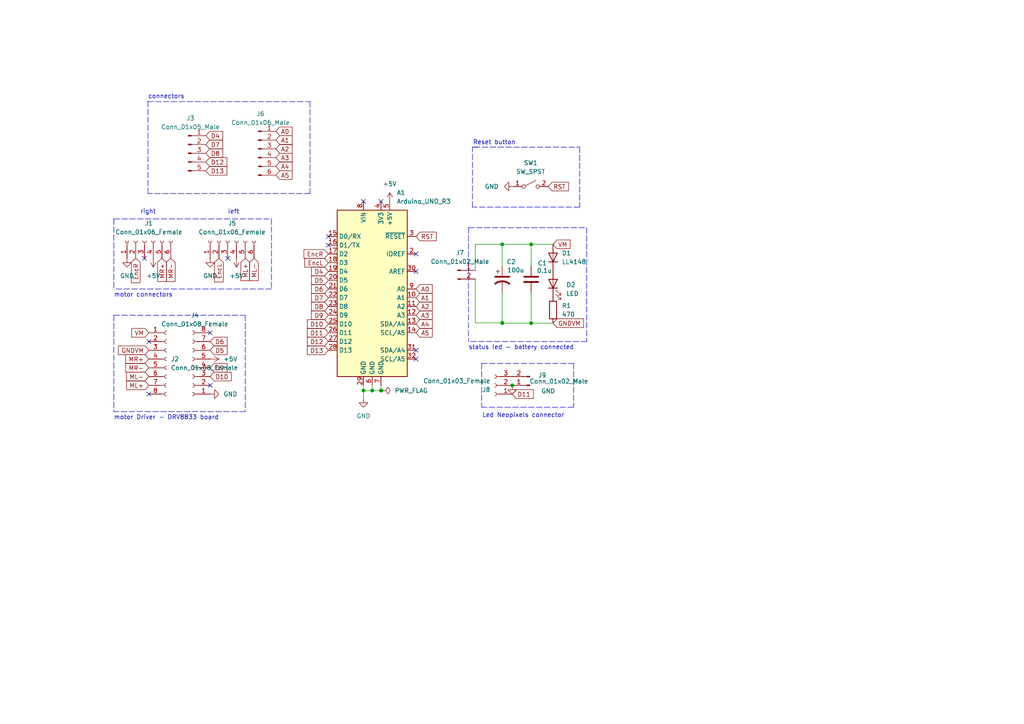
<source format=kicad_sch>
(kicad_sch (version 20211123) (generator eeschema)

  (uuid 5f1de821-3a10-4ea0-99b8-d5ce649b12e8)

  (paper "A4")

  (lib_symbols
    (symbol "Connector:Conn_01x02_Male" (pin_names (offset 1.016) hide) (in_bom yes) (on_board yes)
      (property "Reference" "J" (id 0) (at 0 2.54 0)
        (effects (font (size 1.27 1.27)))
      )
      (property "Value" "Conn_01x02_Male" (id 1) (at 0 -5.08 0)
        (effects (font (size 1.27 1.27)))
      )
      (property "Footprint" "" (id 2) (at 0 0 0)
        (effects (font (size 1.27 1.27)) hide)
      )
      (property "Datasheet" "~" (id 3) (at 0 0 0)
        (effects (font (size 1.27 1.27)) hide)
      )
      (property "ki_keywords" "connector" (id 4) (at 0 0 0)
        (effects (font (size 1.27 1.27)) hide)
      )
      (property "ki_description" "Generic connector, single row, 01x02, script generated (kicad-library-utils/schlib/autogen/connector/)" (id 5) (at 0 0 0)
        (effects (font (size 1.27 1.27)) hide)
      )
      (property "ki_fp_filters" "Connector*:*_1x??_*" (id 6) (at 0 0 0)
        (effects (font (size 1.27 1.27)) hide)
      )
      (symbol "Conn_01x02_Male_1_1"
        (polyline
          (pts
            (xy 1.27 -2.54)
            (xy 0.8636 -2.54)
          )
          (stroke (width 0.1524) (type default) (color 0 0 0 0))
          (fill (type none))
        )
        (polyline
          (pts
            (xy 1.27 0)
            (xy 0.8636 0)
          )
          (stroke (width 0.1524) (type default) (color 0 0 0 0))
          (fill (type none))
        )
        (rectangle (start 0.8636 -2.413) (end 0 -2.667)
          (stroke (width 0.1524) (type default) (color 0 0 0 0))
          (fill (type outline))
        )
        (rectangle (start 0.8636 0.127) (end 0 -0.127)
          (stroke (width 0.1524) (type default) (color 0 0 0 0))
          (fill (type outline))
        )
        (pin passive line (at 5.08 0 180) (length 3.81)
          (name "Pin_1" (effects (font (size 1.27 1.27))))
          (number "1" (effects (font (size 1.27 1.27))))
        )
        (pin passive line (at 5.08 -2.54 180) (length 3.81)
          (name "Pin_2" (effects (font (size 1.27 1.27))))
          (number "2" (effects (font (size 1.27 1.27))))
        )
      )
    )
    (symbol "Connector:Conn_01x03_Female" (pin_names (offset 1.016) hide) (in_bom yes) (on_board yes)
      (property "Reference" "J" (id 0) (at 0 5.08 0)
        (effects (font (size 1.27 1.27)))
      )
      (property "Value" "Conn_01x03_Female" (id 1) (at 0 -5.08 0)
        (effects (font (size 1.27 1.27)))
      )
      (property "Footprint" "" (id 2) (at 0 0 0)
        (effects (font (size 1.27 1.27)) hide)
      )
      (property "Datasheet" "~" (id 3) (at 0 0 0)
        (effects (font (size 1.27 1.27)) hide)
      )
      (property "ki_keywords" "connector" (id 4) (at 0 0 0)
        (effects (font (size 1.27 1.27)) hide)
      )
      (property "ki_description" "Generic connector, single row, 01x03, script generated (kicad-library-utils/schlib/autogen/connector/)" (id 5) (at 0 0 0)
        (effects (font (size 1.27 1.27)) hide)
      )
      (property "ki_fp_filters" "Connector*:*_1x??_*" (id 6) (at 0 0 0)
        (effects (font (size 1.27 1.27)) hide)
      )
      (symbol "Conn_01x03_Female_1_1"
        (arc (start 0 -2.032) (mid -0.508 -2.54) (end 0 -3.048)
          (stroke (width 0.1524) (type default) (color 0 0 0 0))
          (fill (type none))
        )
        (polyline
          (pts
            (xy -1.27 -2.54)
            (xy -0.508 -2.54)
          )
          (stroke (width 0.1524) (type default) (color 0 0 0 0))
          (fill (type none))
        )
        (polyline
          (pts
            (xy -1.27 0)
            (xy -0.508 0)
          )
          (stroke (width 0.1524) (type default) (color 0 0 0 0))
          (fill (type none))
        )
        (polyline
          (pts
            (xy -1.27 2.54)
            (xy -0.508 2.54)
          )
          (stroke (width 0.1524) (type default) (color 0 0 0 0))
          (fill (type none))
        )
        (arc (start 0 0.508) (mid -0.508 0) (end 0 -0.508)
          (stroke (width 0.1524) (type default) (color 0 0 0 0))
          (fill (type none))
        )
        (arc (start 0 3.048) (mid -0.508 2.54) (end 0 2.032)
          (stroke (width 0.1524) (type default) (color 0 0 0 0))
          (fill (type none))
        )
        (pin passive line (at -5.08 2.54 0) (length 3.81)
          (name "Pin_1" (effects (font (size 1.27 1.27))))
          (number "1" (effects (font (size 1.27 1.27))))
        )
        (pin passive line (at -5.08 0 0) (length 3.81)
          (name "Pin_2" (effects (font (size 1.27 1.27))))
          (number "2" (effects (font (size 1.27 1.27))))
        )
        (pin passive line (at -5.08 -2.54 0) (length 3.81)
          (name "Pin_3" (effects (font (size 1.27 1.27))))
          (number "3" (effects (font (size 1.27 1.27))))
        )
      )
    )
    (symbol "Connector:Conn_01x05_Male" (pin_names (offset 1.016) hide) (in_bom yes) (on_board yes)
      (property "Reference" "J" (id 0) (at 0 7.62 0)
        (effects (font (size 1.27 1.27)))
      )
      (property "Value" "Conn_01x05_Male" (id 1) (at 0 -7.62 0)
        (effects (font (size 1.27 1.27)))
      )
      (property "Footprint" "" (id 2) (at 0 0 0)
        (effects (font (size 1.27 1.27)) hide)
      )
      (property "Datasheet" "~" (id 3) (at 0 0 0)
        (effects (font (size 1.27 1.27)) hide)
      )
      (property "ki_keywords" "connector" (id 4) (at 0 0 0)
        (effects (font (size 1.27 1.27)) hide)
      )
      (property "ki_description" "Generic connector, single row, 01x05, script generated (kicad-library-utils/schlib/autogen/connector/)" (id 5) (at 0 0 0)
        (effects (font (size 1.27 1.27)) hide)
      )
      (property "ki_fp_filters" "Connector*:*_1x??_*" (id 6) (at 0 0 0)
        (effects (font (size 1.27 1.27)) hide)
      )
      (symbol "Conn_01x05_Male_1_1"
        (polyline
          (pts
            (xy 1.27 -5.08)
            (xy 0.8636 -5.08)
          )
          (stroke (width 0.1524) (type default) (color 0 0 0 0))
          (fill (type none))
        )
        (polyline
          (pts
            (xy 1.27 -2.54)
            (xy 0.8636 -2.54)
          )
          (stroke (width 0.1524) (type default) (color 0 0 0 0))
          (fill (type none))
        )
        (polyline
          (pts
            (xy 1.27 0)
            (xy 0.8636 0)
          )
          (stroke (width 0.1524) (type default) (color 0 0 0 0))
          (fill (type none))
        )
        (polyline
          (pts
            (xy 1.27 2.54)
            (xy 0.8636 2.54)
          )
          (stroke (width 0.1524) (type default) (color 0 0 0 0))
          (fill (type none))
        )
        (polyline
          (pts
            (xy 1.27 5.08)
            (xy 0.8636 5.08)
          )
          (stroke (width 0.1524) (type default) (color 0 0 0 0))
          (fill (type none))
        )
        (rectangle (start 0.8636 -4.953) (end 0 -5.207)
          (stroke (width 0.1524) (type default) (color 0 0 0 0))
          (fill (type outline))
        )
        (rectangle (start 0.8636 -2.413) (end 0 -2.667)
          (stroke (width 0.1524) (type default) (color 0 0 0 0))
          (fill (type outline))
        )
        (rectangle (start 0.8636 0.127) (end 0 -0.127)
          (stroke (width 0.1524) (type default) (color 0 0 0 0))
          (fill (type outline))
        )
        (rectangle (start 0.8636 2.667) (end 0 2.413)
          (stroke (width 0.1524) (type default) (color 0 0 0 0))
          (fill (type outline))
        )
        (rectangle (start 0.8636 5.207) (end 0 4.953)
          (stroke (width 0.1524) (type default) (color 0 0 0 0))
          (fill (type outline))
        )
        (pin passive line (at 5.08 5.08 180) (length 3.81)
          (name "Pin_1" (effects (font (size 1.27 1.27))))
          (number "1" (effects (font (size 1.27 1.27))))
        )
        (pin passive line (at 5.08 2.54 180) (length 3.81)
          (name "Pin_2" (effects (font (size 1.27 1.27))))
          (number "2" (effects (font (size 1.27 1.27))))
        )
        (pin passive line (at 5.08 0 180) (length 3.81)
          (name "Pin_3" (effects (font (size 1.27 1.27))))
          (number "3" (effects (font (size 1.27 1.27))))
        )
        (pin passive line (at 5.08 -2.54 180) (length 3.81)
          (name "Pin_4" (effects (font (size 1.27 1.27))))
          (number "4" (effects (font (size 1.27 1.27))))
        )
        (pin passive line (at 5.08 -5.08 180) (length 3.81)
          (name "Pin_5" (effects (font (size 1.27 1.27))))
          (number "5" (effects (font (size 1.27 1.27))))
        )
      )
    )
    (symbol "Connector:Conn_01x06_Female" (pin_names (offset 1.016) hide) (in_bom yes) (on_board yes)
      (property "Reference" "J" (id 0) (at 0 7.62 0)
        (effects (font (size 1.27 1.27)))
      )
      (property "Value" "Conn_01x06_Female" (id 1) (at 0 -10.16 0)
        (effects (font (size 1.27 1.27)))
      )
      (property "Footprint" "" (id 2) (at 0 0 0)
        (effects (font (size 1.27 1.27)) hide)
      )
      (property "Datasheet" "~" (id 3) (at 0 0 0)
        (effects (font (size 1.27 1.27)) hide)
      )
      (property "ki_keywords" "connector" (id 4) (at 0 0 0)
        (effects (font (size 1.27 1.27)) hide)
      )
      (property "ki_description" "Generic connector, single row, 01x06, script generated (kicad-library-utils/schlib/autogen/connector/)" (id 5) (at 0 0 0)
        (effects (font (size 1.27 1.27)) hide)
      )
      (property "ki_fp_filters" "Connector*:*_1x??_*" (id 6) (at 0 0 0)
        (effects (font (size 1.27 1.27)) hide)
      )
      (symbol "Conn_01x06_Female_1_1"
        (arc (start 0 -7.112) (mid -0.508 -7.62) (end 0 -8.128)
          (stroke (width 0.1524) (type default) (color 0 0 0 0))
          (fill (type none))
        )
        (arc (start 0 -4.572) (mid -0.508 -5.08) (end 0 -5.588)
          (stroke (width 0.1524) (type default) (color 0 0 0 0))
          (fill (type none))
        )
        (arc (start 0 -2.032) (mid -0.508 -2.54) (end 0 -3.048)
          (stroke (width 0.1524) (type default) (color 0 0 0 0))
          (fill (type none))
        )
        (polyline
          (pts
            (xy -1.27 -7.62)
            (xy -0.508 -7.62)
          )
          (stroke (width 0.1524) (type default) (color 0 0 0 0))
          (fill (type none))
        )
        (polyline
          (pts
            (xy -1.27 -5.08)
            (xy -0.508 -5.08)
          )
          (stroke (width 0.1524) (type default) (color 0 0 0 0))
          (fill (type none))
        )
        (polyline
          (pts
            (xy -1.27 -2.54)
            (xy -0.508 -2.54)
          )
          (stroke (width 0.1524) (type default) (color 0 0 0 0))
          (fill (type none))
        )
        (polyline
          (pts
            (xy -1.27 0)
            (xy -0.508 0)
          )
          (stroke (width 0.1524) (type default) (color 0 0 0 0))
          (fill (type none))
        )
        (polyline
          (pts
            (xy -1.27 2.54)
            (xy -0.508 2.54)
          )
          (stroke (width 0.1524) (type default) (color 0 0 0 0))
          (fill (type none))
        )
        (polyline
          (pts
            (xy -1.27 5.08)
            (xy -0.508 5.08)
          )
          (stroke (width 0.1524) (type default) (color 0 0 0 0))
          (fill (type none))
        )
        (arc (start 0 0.508) (mid -0.508 0) (end 0 -0.508)
          (stroke (width 0.1524) (type default) (color 0 0 0 0))
          (fill (type none))
        )
        (arc (start 0 3.048) (mid -0.508 2.54) (end 0 2.032)
          (stroke (width 0.1524) (type default) (color 0 0 0 0))
          (fill (type none))
        )
        (arc (start 0 5.588) (mid -0.508 5.08) (end 0 4.572)
          (stroke (width 0.1524) (type default) (color 0 0 0 0))
          (fill (type none))
        )
        (pin passive line (at -5.08 5.08 0) (length 3.81)
          (name "Pin_1" (effects (font (size 1.27 1.27))))
          (number "1" (effects (font (size 1.27 1.27))))
        )
        (pin passive line (at -5.08 2.54 0) (length 3.81)
          (name "Pin_2" (effects (font (size 1.27 1.27))))
          (number "2" (effects (font (size 1.27 1.27))))
        )
        (pin passive line (at -5.08 0 0) (length 3.81)
          (name "Pin_3" (effects (font (size 1.27 1.27))))
          (number "3" (effects (font (size 1.27 1.27))))
        )
        (pin passive line (at -5.08 -2.54 0) (length 3.81)
          (name "Pin_4" (effects (font (size 1.27 1.27))))
          (number "4" (effects (font (size 1.27 1.27))))
        )
        (pin passive line (at -5.08 -5.08 0) (length 3.81)
          (name "Pin_5" (effects (font (size 1.27 1.27))))
          (number "5" (effects (font (size 1.27 1.27))))
        )
        (pin passive line (at -5.08 -7.62 0) (length 3.81)
          (name "Pin_6" (effects (font (size 1.27 1.27))))
          (number "6" (effects (font (size 1.27 1.27))))
        )
      )
    )
    (symbol "Connector:Conn_01x06_Male" (pin_names (offset 1.016) hide) (in_bom yes) (on_board yes)
      (property "Reference" "J" (id 0) (at 0 7.62 0)
        (effects (font (size 1.27 1.27)))
      )
      (property "Value" "Conn_01x06_Male" (id 1) (at 0 -10.16 0)
        (effects (font (size 1.27 1.27)))
      )
      (property "Footprint" "" (id 2) (at 0 0 0)
        (effects (font (size 1.27 1.27)) hide)
      )
      (property "Datasheet" "~" (id 3) (at 0 0 0)
        (effects (font (size 1.27 1.27)) hide)
      )
      (property "ki_keywords" "connector" (id 4) (at 0 0 0)
        (effects (font (size 1.27 1.27)) hide)
      )
      (property "ki_description" "Generic connector, single row, 01x06, script generated (kicad-library-utils/schlib/autogen/connector/)" (id 5) (at 0 0 0)
        (effects (font (size 1.27 1.27)) hide)
      )
      (property "ki_fp_filters" "Connector*:*_1x??_*" (id 6) (at 0 0 0)
        (effects (font (size 1.27 1.27)) hide)
      )
      (symbol "Conn_01x06_Male_1_1"
        (polyline
          (pts
            (xy 1.27 -7.62)
            (xy 0.8636 -7.62)
          )
          (stroke (width 0.1524) (type default) (color 0 0 0 0))
          (fill (type none))
        )
        (polyline
          (pts
            (xy 1.27 -5.08)
            (xy 0.8636 -5.08)
          )
          (stroke (width 0.1524) (type default) (color 0 0 0 0))
          (fill (type none))
        )
        (polyline
          (pts
            (xy 1.27 -2.54)
            (xy 0.8636 -2.54)
          )
          (stroke (width 0.1524) (type default) (color 0 0 0 0))
          (fill (type none))
        )
        (polyline
          (pts
            (xy 1.27 0)
            (xy 0.8636 0)
          )
          (stroke (width 0.1524) (type default) (color 0 0 0 0))
          (fill (type none))
        )
        (polyline
          (pts
            (xy 1.27 2.54)
            (xy 0.8636 2.54)
          )
          (stroke (width 0.1524) (type default) (color 0 0 0 0))
          (fill (type none))
        )
        (polyline
          (pts
            (xy 1.27 5.08)
            (xy 0.8636 5.08)
          )
          (stroke (width 0.1524) (type default) (color 0 0 0 0))
          (fill (type none))
        )
        (rectangle (start 0.8636 -7.493) (end 0 -7.747)
          (stroke (width 0.1524) (type default) (color 0 0 0 0))
          (fill (type outline))
        )
        (rectangle (start 0.8636 -4.953) (end 0 -5.207)
          (stroke (width 0.1524) (type default) (color 0 0 0 0))
          (fill (type outline))
        )
        (rectangle (start 0.8636 -2.413) (end 0 -2.667)
          (stroke (width 0.1524) (type default) (color 0 0 0 0))
          (fill (type outline))
        )
        (rectangle (start 0.8636 0.127) (end 0 -0.127)
          (stroke (width 0.1524) (type default) (color 0 0 0 0))
          (fill (type outline))
        )
        (rectangle (start 0.8636 2.667) (end 0 2.413)
          (stroke (width 0.1524) (type default) (color 0 0 0 0))
          (fill (type outline))
        )
        (rectangle (start 0.8636 5.207) (end 0 4.953)
          (stroke (width 0.1524) (type default) (color 0 0 0 0))
          (fill (type outline))
        )
        (pin passive line (at 5.08 5.08 180) (length 3.81)
          (name "Pin_1" (effects (font (size 1.27 1.27))))
          (number "1" (effects (font (size 1.27 1.27))))
        )
        (pin passive line (at 5.08 2.54 180) (length 3.81)
          (name "Pin_2" (effects (font (size 1.27 1.27))))
          (number "2" (effects (font (size 1.27 1.27))))
        )
        (pin passive line (at 5.08 0 180) (length 3.81)
          (name "Pin_3" (effects (font (size 1.27 1.27))))
          (number "3" (effects (font (size 1.27 1.27))))
        )
        (pin passive line (at 5.08 -2.54 180) (length 3.81)
          (name "Pin_4" (effects (font (size 1.27 1.27))))
          (number "4" (effects (font (size 1.27 1.27))))
        )
        (pin passive line (at 5.08 -5.08 180) (length 3.81)
          (name "Pin_5" (effects (font (size 1.27 1.27))))
          (number "5" (effects (font (size 1.27 1.27))))
        )
        (pin passive line (at 5.08 -7.62 180) (length 3.81)
          (name "Pin_6" (effects (font (size 1.27 1.27))))
          (number "6" (effects (font (size 1.27 1.27))))
        )
      )
    )
    (symbol "Connector:Conn_01x08_Female" (pin_names (offset 1.016) hide) (in_bom yes) (on_board yes)
      (property "Reference" "J" (id 0) (at 0 10.16 0)
        (effects (font (size 1.27 1.27)))
      )
      (property "Value" "Conn_01x08_Female" (id 1) (at 0 -12.7 0)
        (effects (font (size 1.27 1.27)))
      )
      (property "Footprint" "" (id 2) (at 0 0 0)
        (effects (font (size 1.27 1.27)) hide)
      )
      (property "Datasheet" "~" (id 3) (at 0 0 0)
        (effects (font (size 1.27 1.27)) hide)
      )
      (property "ki_keywords" "connector" (id 4) (at 0 0 0)
        (effects (font (size 1.27 1.27)) hide)
      )
      (property "ki_description" "Generic connector, single row, 01x08, script generated (kicad-library-utils/schlib/autogen/connector/)" (id 5) (at 0 0 0)
        (effects (font (size 1.27 1.27)) hide)
      )
      (property "ki_fp_filters" "Connector*:*_1x??_*" (id 6) (at 0 0 0)
        (effects (font (size 1.27 1.27)) hide)
      )
      (symbol "Conn_01x08_Female_1_1"
        (arc (start 0 -9.652) (mid -0.508 -10.16) (end 0 -10.668)
          (stroke (width 0.1524) (type default) (color 0 0 0 0))
          (fill (type none))
        )
        (arc (start 0 -7.112) (mid -0.508 -7.62) (end 0 -8.128)
          (stroke (width 0.1524) (type default) (color 0 0 0 0))
          (fill (type none))
        )
        (arc (start 0 -4.572) (mid -0.508 -5.08) (end 0 -5.588)
          (stroke (width 0.1524) (type default) (color 0 0 0 0))
          (fill (type none))
        )
        (arc (start 0 -2.032) (mid -0.508 -2.54) (end 0 -3.048)
          (stroke (width 0.1524) (type default) (color 0 0 0 0))
          (fill (type none))
        )
        (polyline
          (pts
            (xy -1.27 -10.16)
            (xy -0.508 -10.16)
          )
          (stroke (width 0.1524) (type default) (color 0 0 0 0))
          (fill (type none))
        )
        (polyline
          (pts
            (xy -1.27 -7.62)
            (xy -0.508 -7.62)
          )
          (stroke (width 0.1524) (type default) (color 0 0 0 0))
          (fill (type none))
        )
        (polyline
          (pts
            (xy -1.27 -5.08)
            (xy -0.508 -5.08)
          )
          (stroke (width 0.1524) (type default) (color 0 0 0 0))
          (fill (type none))
        )
        (polyline
          (pts
            (xy -1.27 -2.54)
            (xy -0.508 -2.54)
          )
          (stroke (width 0.1524) (type default) (color 0 0 0 0))
          (fill (type none))
        )
        (polyline
          (pts
            (xy -1.27 0)
            (xy -0.508 0)
          )
          (stroke (width 0.1524) (type default) (color 0 0 0 0))
          (fill (type none))
        )
        (polyline
          (pts
            (xy -1.27 2.54)
            (xy -0.508 2.54)
          )
          (stroke (width 0.1524) (type default) (color 0 0 0 0))
          (fill (type none))
        )
        (polyline
          (pts
            (xy -1.27 5.08)
            (xy -0.508 5.08)
          )
          (stroke (width 0.1524) (type default) (color 0 0 0 0))
          (fill (type none))
        )
        (polyline
          (pts
            (xy -1.27 7.62)
            (xy -0.508 7.62)
          )
          (stroke (width 0.1524) (type default) (color 0 0 0 0))
          (fill (type none))
        )
        (arc (start 0 0.508) (mid -0.508 0) (end 0 -0.508)
          (stroke (width 0.1524) (type default) (color 0 0 0 0))
          (fill (type none))
        )
        (arc (start 0 3.048) (mid -0.508 2.54) (end 0 2.032)
          (stroke (width 0.1524) (type default) (color 0 0 0 0))
          (fill (type none))
        )
        (arc (start 0 5.588) (mid -0.508 5.08) (end 0 4.572)
          (stroke (width 0.1524) (type default) (color 0 0 0 0))
          (fill (type none))
        )
        (arc (start 0 8.128) (mid -0.508 7.62) (end 0 7.112)
          (stroke (width 0.1524) (type default) (color 0 0 0 0))
          (fill (type none))
        )
        (pin passive line (at -5.08 7.62 0) (length 3.81)
          (name "Pin_1" (effects (font (size 1.27 1.27))))
          (number "1" (effects (font (size 1.27 1.27))))
        )
        (pin passive line (at -5.08 5.08 0) (length 3.81)
          (name "Pin_2" (effects (font (size 1.27 1.27))))
          (number "2" (effects (font (size 1.27 1.27))))
        )
        (pin passive line (at -5.08 2.54 0) (length 3.81)
          (name "Pin_3" (effects (font (size 1.27 1.27))))
          (number "3" (effects (font (size 1.27 1.27))))
        )
        (pin passive line (at -5.08 0 0) (length 3.81)
          (name "Pin_4" (effects (font (size 1.27 1.27))))
          (number "4" (effects (font (size 1.27 1.27))))
        )
        (pin passive line (at -5.08 -2.54 0) (length 3.81)
          (name "Pin_5" (effects (font (size 1.27 1.27))))
          (number "5" (effects (font (size 1.27 1.27))))
        )
        (pin passive line (at -5.08 -5.08 0) (length 3.81)
          (name "Pin_6" (effects (font (size 1.27 1.27))))
          (number "6" (effects (font (size 1.27 1.27))))
        )
        (pin passive line (at -5.08 -7.62 0) (length 3.81)
          (name "Pin_7" (effects (font (size 1.27 1.27))))
          (number "7" (effects (font (size 1.27 1.27))))
        )
        (pin passive line (at -5.08 -10.16 0) (length 3.81)
          (name "Pin_8" (effects (font (size 1.27 1.27))))
          (number "8" (effects (font (size 1.27 1.27))))
        )
      )
    )
    (symbol "Device:C" (pin_numbers hide) (pin_names (offset 0.254)) (in_bom yes) (on_board yes)
      (property "Reference" "C" (id 0) (at 0.635 2.54 0)
        (effects (font (size 1.27 1.27)) (justify left))
      )
      (property "Value" "C" (id 1) (at 0.635 -2.54 0)
        (effects (font (size 1.27 1.27)) (justify left))
      )
      (property "Footprint" "" (id 2) (at 0.9652 -3.81 0)
        (effects (font (size 1.27 1.27)) hide)
      )
      (property "Datasheet" "~" (id 3) (at 0 0 0)
        (effects (font (size 1.27 1.27)) hide)
      )
      (property "ki_keywords" "cap capacitor" (id 4) (at 0 0 0)
        (effects (font (size 1.27 1.27)) hide)
      )
      (property "ki_description" "Unpolarized capacitor" (id 5) (at 0 0 0)
        (effects (font (size 1.27 1.27)) hide)
      )
      (property "ki_fp_filters" "C_*" (id 6) (at 0 0 0)
        (effects (font (size 1.27 1.27)) hide)
      )
      (symbol "C_0_1"
        (polyline
          (pts
            (xy -2.032 -0.762)
            (xy 2.032 -0.762)
          )
          (stroke (width 0.508) (type default) (color 0 0 0 0))
          (fill (type none))
        )
        (polyline
          (pts
            (xy -2.032 0.762)
            (xy 2.032 0.762)
          )
          (stroke (width 0.508) (type default) (color 0 0 0 0))
          (fill (type none))
        )
      )
      (symbol "C_1_1"
        (pin passive line (at 0 3.81 270) (length 2.794)
          (name "~" (effects (font (size 1.27 1.27))))
          (number "1" (effects (font (size 1.27 1.27))))
        )
        (pin passive line (at 0 -3.81 90) (length 2.794)
          (name "~" (effects (font (size 1.27 1.27))))
          (number "2" (effects (font (size 1.27 1.27))))
        )
      )
    )
    (symbol "Device:C_Polarized_US" (pin_numbers hide) (pin_names (offset 0.254) hide) (in_bom yes) (on_board yes)
      (property "Reference" "C" (id 0) (at 0.635 2.54 0)
        (effects (font (size 1.27 1.27)) (justify left))
      )
      (property "Value" "C_Polarized_US" (id 1) (at 0.635 -2.54 0)
        (effects (font (size 1.27 1.27)) (justify left))
      )
      (property "Footprint" "" (id 2) (at 0 0 0)
        (effects (font (size 1.27 1.27)) hide)
      )
      (property "Datasheet" "~" (id 3) (at 0 0 0)
        (effects (font (size 1.27 1.27)) hide)
      )
      (property "ki_keywords" "cap capacitor" (id 4) (at 0 0 0)
        (effects (font (size 1.27 1.27)) hide)
      )
      (property "ki_description" "Polarized capacitor, US symbol" (id 5) (at 0 0 0)
        (effects (font (size 1.27 1.27)) hide)
      )
      (property "ki_fp_filters" "CP_*" (id 6) (at 0 0 0)
        (effects (font (size 1.27 1.27)) hide)
      )
      (symbol "C_Polarized_US_0_1"
        (polyline
          (pts
            (xy -2.032 0.762)
            (xy 2.032 0.762)
          )
          (stroke (width 0.508) (type default) (color 0 0 0 0))
          (fill (type none))
        )
        (polyline
          (pts
            (xy -1.778 2.286)
            (xy -0.762 2.286)
          )
          (stroke (width 0) (type default) (color 0 0 0 0))
          (fill (type none))
        )
        (polyline
          (pts
            (xy -1.27 1.778)
            (xy -1.27 2.794)
          )
          (stroke (width 0) (type default) (color 0 0 0 0))
          (fill (type none))
        )
        (arc (start 2.032 -1.27) (mid 0 -0.5572) (end -2.032 -1.27)
          (stroke (width 0.508) (type default) (color 0 0 0 0))
          (fill (type none))
        )
      )
      (symbol "C_Polarized_US_1_1"
        (pin passive line (at 0 3.81 270) (length 2.794)
          (name "~" (effects (font (size 1.27 1.27))))
          (number "1" (effects (font (size 1.27 1.27))))
        )
        (pin passive line (at 0 -3.81 90) (length 3.302)
          (name "~" (effects (font (size 1.27 1.27))))
          (number "2" (effects (font (size 1.27 1.27))))
        )
      )
    )
    (symbol "Device:LED" (pin_numbers hide) (pin_names (offset 1.016) hide) (in_bom yes) (on_board yes)
      (property "Reference" "D" (id 0) (at 0 2.54 0)
        (effects (font (size 1.27 1.27)))
      )
      (property "Value" "LED" (id 1) (at 0 -2.54 0)
        (effects (font (size 1.27 1.27)))
      )
      (property "Footprint" "" (id 2) (at 0 0 0)
        (effects (font (size 1.27 1.27)) hide)
      )
      (property "Datasheet" "~" (id 3) (at 0 0 0)
        (effects (font (size 1.27 1.27)) hide)
      )
      (property "ki_keywords" "LED diode" (id 4) (at 0 0 0)
        (effects (font (size 1.27 1.27)) hide)
      )
      (property "ki_description" "Light emitting diode" (id 5) (at 0 0 0)
        (effects (font (size 1.27 1.27)) hide)
      )
      (property "ki_fp_filters" "LED* LED_SMD:* LED_THT:*" (id 6) (at 0 0 0)
        (effects (font (size 1.27 1.27)) hide)
      )
      (symbol "LED_0_1"
        (polyline
          (pts
            (xy -1.27 -1.27)
            (xy -1.27 1.27)
          )
          (stroke (width 0.254) (type default) (color 0 0 0 0))
          (fill (type none))
        )
        (polyline
          (pts
            (xy -1.27 0)
            (xy 1.27 0)
          )
          (stroke (width 0) (type default) (color 0 0 0 0))
          (fill (type none))
        )
        (polyline
          (pts
            (xy 1.27 -1.27)
            (xy 1.27 1.27)
            (xy -1.27 0)
            (xy 1.27 -1.27)
          )
          (stroke (width 0.254) (type default) (color 0 0 0 0))
          (fill (type none))
        )
        (polyline
          (pts
            (xy -3.048 -0.762)
            (xy -4.572 -2.286)
            (xy -3.81 -2.286)
            (xy -4.572 -2.286)
            (xy -4.572 -1.524)
          )
          (stroke (width 0) (type default) (color 0 0 0 0))
          (fill (type none))
        )
        (polyline
          (pts
            (xy -1.778 -0.762)
            (xy -3.302 -2.286)
            (xy -2.54 -2.286)
            (xy -3.302 -2.286)
            (xy -3.302 -1.524)
          )
          (stroke (width 0) (type default) (color 0 0 0 0))
          (fill (type none))
        )
      )
      (symbol "LED_1_1"
        (pin passive line (at -3.81 0 0) (length 2.54)
          (name "K" (effects (font (size 1.27 1.27))))
          (number "1" (effects (font (size 1.27 1.27))))
        )
        (pin passive line (at 3.81 0 180) (length 2.54)
          (name "A" (effects (font (size 1.27 1.27))))
          (number "2" (effects (font (size 1.27 1.27))))
        )
      )
    )
    (symbol "Device:R" (pin_numbers hide) (pin_names (offset 0)) (in_bom yes) (on_board yes)
      (property "Reference" "R" (id 0) (at 2.032 0 90)
        (effects (font (size 1.27 1.27)))
      )
      (property "Value" "R" (id 1) (at 0 0 90)
        (effects (font (size 1.27 1.27)))
      )
      (property "Footprint" "" (id 2) (at -1.778 0 90)
        (effects (font (size 1.27 1.27)) hide)
      )
      (property "Datasheet" "~" (id 3) (at 0 0 0)
        (effects (font (size 1.27 1.27)) hide)
      )
      (property "ki_keywords" "R res resistor" (id 4) (at 0 0 0)
        (effects (font (size 1.27 1.27)) hide)
      )
      (property "ki_description" "Resistor" (id 5) (at 0 0 0)
        (effects (font (size 1.27 1.27)) hide)
      )
      (property "ki_fp_filters" "R_*" (id 6) (at 0 0 0)
        (effects (font (size 1.27 1.27)) hide)
      )
      (symbol "R_0_1"
        (rectangle (start -1.016 -2.54) (end 1.016 2.54)
          (stroke (width 0.254) (type default) (color 0 0 0 0))
          (fill (type none))
        )
      )
      (symbol "R_1_1"
        (pin passive line (at 0 3.81 270) (length 1.27)
          (name "~" (effects (font (size 1.27 1.27))))
          (number "1" (effects (font (size 1.27 1.27))))
        )
        (pin passive line (at 0 -3.81 90) (length 1.27)
          (name "~" (effects (font (size 1.27 1.27))))
          (number "2" (effects (font (size 1.27 1.27))))
        )
      )
    )
    (symbol "Diode:1N4148" (pin_numbers hide) (pin_names hide) (in_bom yes) (on_board yes)
      (property "Reference" "D" (id 0) (at 0 2.54 0)
        (effects (font (size 1.27 1.27)))
      )
      (property "Value" "1N4148" (id 1) (at 0 -2.54 0)
        (effects (font (size 1.27 1.27)))
      )
      (property "Footprint" "Diode_THT:D_DO-35_SOD27_P7.62mm_Horizontal" (id 2) (at 0 0 0)
        (effects (font (size 1.27 1.27)) hide)
      )
      (property "Datasheet" "https://assets.nexperia.com/documents/data-sheet/1N4148_1N4448.pdf" (id 3) (at 0 0 0)
        (effects (font (size 1.27 1.27)) hide)
      )
      (property "ki_keywords" "diode" (id 4) (at 0 0 0)
        (effects (font (size 1.27 1.27)) hide)
      )
      (property "ki_description" "100V 0.15A standard switching diode, DO-35" (id 5) (at 0 0 0)
        (effects (font (size 1.27 1.27)) hide)
      )
      (property "ki_fp_filters" "D*DO?35*" (id 6) (at 0 0 0)
        (effects (font (size 1.27 1.27)) hide)
      )
      (symbol "1N4148_0_1"
        (polyline
          (pts
            (xy -1.27 1.27)
            (xy -1.27 -1.27)
          )
          (stroke (width 0.254) (type default) (color 0 0 0 0))
          (fill (type none))
        )
        (polyline
          (pts
            (xy 1.27 0)
            (xy -1.27 0)
          )
          (stroke (width 0) (type default) (color 0 0 0 0))
          (fill (type none))
        )
        (polyline
          (pts
            (xy 1.27 1.27)
            (xy 1.27 -1.27)
            (xy -1.27 0)
            (xy 1.27 1.27)
          )
          (stroke (width 0.254) (type default) (color 0 0 0 0))
          (fill (type none))
        )
      )
      (symbol "1N4148_1_1"
        (pin passive line (at -3.81 0 0) (length 2.54)
          (name "K" (effects (font (size 1.27 1.27))))
          (number "1" (effects (font (size 1.27 1.27))))
        )
        (pin passive line (at 3.81 0 180) (length 2.54)
          (name "A" (effects (font (size 1.27 1.27))))
          (number "2" (effects (font (size 1.27 1.27))))
        )
      )
    )
    (symbol "MCU_Module:Arduino_UNO_R3" (in_bom yes) (on_board yes)
      (property "Reference" "A" (id 0) (at -10.16 23.495 0)
        (effects (font (size 1.27 1.27)) (justify left bottom))
      )
      (property "Value" "Arduino_UNO_R3" (id 1) (at 5.08 -26.67 0)
        (effects (font (size 1.27 1.27)) (justify left top))
      )
      (property "Footprint" "Module:Arduino_UNO_R3" (id 2) (at 0 0 0)
        (effects (font (size 1.27 1.27) italic) hide)
      )
      (property "Datasheet" "https://www.arduino.cc/en/Main/arduinoBoardUno" (id 3) (at 0 0 0)
        (effects (font (size 1.27 1.27)) hide)
      )
      (property "ki_keywords" "Arduino UNO R3 Microcontroller Module Atmel AVR USB" (id 4) (at 0 0 0)
        (effects (font (size 1.27 1.27)) hide)
      )
      (property "ki_description" "Arduino UNO Microcontroller Module, release 3" (id 5) (at 0 0 0)
        (effects (font (size 1.27 1.27)) hide)
      )
      (property "ki_fp_filters" "Arduino*UNO*R3*" (id 6) (at 0 0 0)
        (effects (font (size 1.27 1.27)) hide)
      )
      (symbol "Arduino_UNO_R3_0_1"
        (rectangle (start -10.16 22.86) (end 10.16 -25.4)
          (stroke (width 0.254) (type default) (color 0 0 0 0))
          (fill (type background))
        )
      )
      (symbol "Arduino_UNO_R3_1_1"
        (pin no_connect line (at -10.16 -20.32 0) (length 2.54) hide
          (name "NC" (effects (font (size 1.27 1.27))))
          (number "1" (effects (font (size 1.27 1.27))))
        )
        (pin bidirectional line (at 12.7 -2.54 180) (length 2.54)
          (name "A1" (effects (font (size 1.27 1.27))))
          (number "10" (effects (font (size 1.27 1.27))))
        )
        (pin bidirectional line (at 12.7 -5.08 180) (length 2.54)
          (name "A2" (effects (font (size 1.27 1.27))))
          (number "11" (effects (font (size 1.27 1.27))))
        )
        (pin bidirectional line (at 12.7 -7.62 180) (length 2.54)
          (name "A3" (effects (font (size 1.27 1.27))))
          (number "12" (effects (font (size 1.27 1.27))))
        )
        (pin bidirectional line (at 12.7 -10.16 180) (length 2.54)
          (name "SDA/A4" (effects (font (size 1.27 1.27))))
          (number "13" (effects (font (size 1.27 1.27))))
        )
        (pin bidirectional line (at 12.7 -12.7 180) (length 2.54)
          (name "SCL/A5" (effects (font (size 1.27 1.27))))
          (number "14" (effects (font (size 1.27 1.27))))
        )
        (pin bidirectional line (at -12.7 15.24 0) (length 2.54)
          (name "D0/RX" (effects (font (size 1.27 1.27))))
          (number "15" (effects (font (size 1.27 1.27))))
        )
        (pin bidirectional line (at -12.7 12.7 0) (length 2.54)
          (name "D1/TX" (effects (font (size 1.27 1.27))))
          (number "16" (effects (font (size 1.27 1.27))))
        )
        (pin bidirectional line (at -12.7 10.16 0) (length 2.54)
          (name "D2" (effects (font (size 1.27 1.27))))
          (number "17" (effects (font (size 1.27 1.27))))
        )
        (pin bidirectional line (at -12.7 7.62 0) (length 2.54)
          (name "D3" (effects (font (size 1.27 1.27))))
          (number "18" (effects (font (size 1.27 1.27))))
        )
        (pin bidirectional line (at -12.7 5.08 0) (length 2.54)
          (name "D4" (effects (font (size 1.27 1.27))))
          (number "19" (effects (font (size 1.27 1.27))))
        )
        (pin output line (at 12.7 10.16 180) (length 2.54)
          (name "IOREF" (effects (font (size 1.27 1.27))))
          (number "2" (effects (font (size 1.27 1.27))))
        )
        (pin bidirectional line (at -12.7 2.54 0) (length 2.54)
          (name "D5" (effects (font (size 1.27 1.27))))
          (number "20" (effects (font (size 1.27 1.27))))
        )
        (pin bidirectional line (at -12.7 0 0) (length 2.54)
          (name "D6" (effects (font (size 1.27 1.27))))
          (number "21" (effects (font (size 1.27 1.27))))
        )
        (pin bidirectional line (at -12.7 -2.54 0) (length 2.54)
          (name "D7" (effects (font (size 1.27 1.27))))
          (number "22" (effects (font (size 1.27 1.27))))
        )
        (pin bidirectional line (at -12.7 -5.08 0) (length 2.54)
          (name "D8" (effects (font (size 1.27 1.27))))
          (number "23" (effects (font (size 1.27 1.27))))
        )
        (pin bidirectional line (at -12.7 -7.62 0) (length 2.54)
          (name "D9" (effects (font (size 1.27 1.27))))
          (number "24" (effects (font (size 1.27 1.27))))
        )
        (pin bidirectional line (at -12.7 -10.16 0) (length 2.54)
          (name "D10" (effects (font (size 1.27 1.27))))
          (number "25" (effects (font (size 1.27 1.27))))
        )
        (pin bidirectional line (at -12.7 -12.7 0) (length 2.54)
          (name "D11" (effects (font (size 1.27 1.27))))
          (number "26" (effects (font (size 1.27 1.27))))
        )
        (pin bidirectional line (at -12.7 -15.24 0) (length 2.54)
          (name "D12" (effects (font (size 1.27 1.27))))
          (number "27" (effects (font (size 1.27 1.27))))
        )
        (pin bidirectional line (at -12.7 -17.78 0) (length 2.54)
          (name "D13" (effects (font (size 1.27 1.27))))
          (number "28" (effects (font (size 1.27 1.27))))
        )
        (pin power_in line (at -2.54 -27.94 90) (length 2.54)
          (name "GND" (effects (font (size 1.27 1.27))))
          (number "29" (effects (font (size 1.27 1.27))))
        )
        (pin input line (at 12.7 15.24 180) (length 2.54)
          (name "~{RESET}" (effects (font (size 1.27 1.27))))
          (number "3" (effects (font (size 1.27 1.27))))
        )
        (pin input line (at 12.7 5.08 180) (length 2.54)
          (name "AREF" (effects (font (size 1.27 1.27))))
          (number "30" (effects (font (size 1.27 1.27))))
        )
        (pin bidirectional line (at 12.7 -17.78 180) (length 2.54)
          (name "SDA/A4" (effects (font (size 1.27 1.27))))
          (number "31" (effects (font (size 1.27 1.27))))
        )
        (pin bidirectional line (at 12.7 -20.32 180) (length 2.54)
          (name "SCL/A5" (effects (font (size 1.27 1.27))))
          (number "32" (effects (font (size 1.27 1.27))))
        )
        (pin power_out line (at 2.54 25.4 270) (length 2.54)
          (name "3V3" (effects (font (size 1.27 1.27))))
          (number "4" (effects (font (size 1.27 1.27))))
        )
        (pin power_out line (at 5.08 25.4 270) (length 2.54)
          (name "+5V" (effects (font (size 1.27 1.27))))
          (number "5" (effects (font (size 1.27 1.27))))
        )
        (pin power_in line (at 0 -27.94 90) (length 2.54)
          (name "GND" (effects (font (size 1.27 1.27))))
          (number "6" (effects (font (size 1.27 1.27))))
        )
        (pin power_in line (at 2.54 -27.94 90) (length 2.54)
          (name "GND" (effects (font (size 1.27 1.27))))
          (number "7" (effects (font (size 1.27 1.27))))
        )
        (pin power_in line (at -2.54 25.4 270) (length 2.54)
          (name "VIN" (effects (font (size 1.27 1.27))))
          (number "8" (effects (font (size 1.27 1.27))))
        )
        (pin bidirectional line (at 12.7 0 180) (length 2.54)
          (name "A0" (effects (font (size 1.27 1.27))))
          (number "9" (effects (font (size 1.27 1.27))))
        )
      )
    )
    (symbol "Switch:SW_SPST" (pin_names (offset 0) hide) (in_bom yes) (on_board yes)
      (property "Reference" "SW" (id 0) (at 0 3.175 0)
        (effects (font (size 1.27 1.27)))
      )
      (property "Value" "SW_SPST" (id 1) (at 0 -2.54 0)
        (effects (font (size 1.27 1.27)))
      )
      (property "Footprint" "" (id 2) (at 0 0 0)
        (effects (font (size 1.27 1.27)) hide)
      )
      (property "Datasheet" "~" (id 3) (at 0 0 0)
        (effects (font (size 1.27 1.27)) hide)
      )
      (property "ki_keywords" "switch lever" (id 4) (at 0 0 0)
        (effects (font (size 1.27 1.27)) hide)
      )
      (property "ki_description" "Single Pole Single Throw (SPST) switch" (id 5) (at 0 0 0)
        (effects (font (size 1.27 1.27)) hide)
      )
      (symbol "SW_SPST_0_0"
        (circle (center -2.032 0) (radius 0.508)
          (stroke (width 0) (type default) (color 0 0 0 0))
          (fill (type none))
        )
        (polyline
          (pts
            (xy -1.524 0.254)
            (xy 1.524 1.778)
          )
          (stroke (width 0) (type default) (color 0 0 0 0))
          (fill (type none))
        )
        (circle (center 2.032 0) (radius 0.508)
          (stroke (width 0) (type default) (color 0 0 0 0))
          (fill (type none))
        )
      )
      (symbol "SW_SPST_1_1"
        (pin passive line (at -5.08 0 0) (length 2.54)
          (name "A" (effects (font (size 1.27 1.27))))
          (number "1" (effects (font (size 1.27 1.27))))
        )
        (pin passive line (at 5.08 0 180) (length 2.54)
          (name "B" (effects (font (size 1.27 1.27))))
          (number "2" (effects (font (size 1.27 1.27))))
        )
      )
    )
    (symbol "power:+5V" (power) (pin_names (offset 0)) (in_bom yes) (on_board yes)
      (property "Reference" "#PWR" (id 0) (at 0 -3.81 0)
        (effects (font (size 1.27 1.27)) hide)
      )
      (property "Value" "+5V" (id 1) (at 0 3.556 0)
        (effects (font (size 1.27 1.27)))
      )
      (property "Footprint" "" (id 2) (at 0 0 0)
        (effects (font (size 1.27 1.27)) hide)
      )
      (property "Datasheet" "" (id 3) (at 0 0 0)
        (effects (font (size 1.27 1.27)) hide)
      )
      (property "ki_keywords" "power-flag" (id 4) (at 0 0 0)
        (effects (font (size 1.27 1.27)) hide)
      )
      (property "ki_description" "Power symbol creates a global label with name \"+5V\"" (id 5) (at 0 0 0)
        (effects (font (size 1.27 1.27)) hide)
      )
      (symbol "+5V_0_1"
        (polyline
          (pts
            (xy -0.762 1.27)
            (xy 0 2.54)
          )
          (stroke (width 0) (type default) (color 0 0 0 0))
          (fill (type none))
        )
        (polyline
          (pts
            (xy 0 0)
            (xy 0 2.54)
          )
          (stroke (width 0) (type default) (color 0 0 0 0))
          (fill (type none))
        )
        (polyline
          (pts
            (xy 0 2.54)
            (xy 0.762 1.27)
          )
          (stroke (width 0) (type default) (color 0 0 0 0))
          (fill (type none))
        )
      )
      (symbol "+5V_1_1"
        (pin power_in line (at 0 0 90) (length 0) hide
          (name "+5V" (effects (font (size 1.27 1.27))))
          (number "1" (effects (font (size 1.27 1.27))))
        )
      )
    )
    (symbol "power:GND" (power) (pin_names (offset 0)) (in_bom yes) (on_board yes)
      (property "Reference" "#PWR" (id 0) (at 0 -6.35 0)
        (effects (font (size 1.27 1.27)) hide)
      )
      (property "Value" "GND" (id 1) (at 0 -3.81 0)
        (effects (font (size 1.27 1.27)))
      )
      (property "Footprint" "" (id 2) (at 0 0 0)
        (effects (font (size 1.27 1.27)) hide)
      )
      (property "Datasheet" "" (id 3) (at 0 0 0)
        (effects (font (size 1.27 1.27)) hide)
      )
      (property "ki_keywords" "power-flag" (id 4) (at 0 0 0)
        (effects (font (size 1.27 1.27)) hide)
      )
      (property "ki_description" "Power symbol creates a global label with name \"GND\" , ground" (id 5) (at 0 0 0)
        (effects (font (size 1.27 1.27)) hide)
      )
      (symbol "GND_0_1"
        (polyline
          (pts
            (xy 0 0)
            (xy 0 -1.27)
            (xy 1.27 -1.27)
            (xy 0 -2.54)
            (xy -1.27 -1.27)
            (xy 0 -1.27)
          )
          (stroke (width 0) (type default) (color 0 0 0 0))
          (fill (type none))
        )
      )
      (symbol "GND_1_1"
        (pin power_in line (at 0 0 270) (length 0) hide
          (name "GND" (effects (font (size 1.27 1.27))))
          (number "1" (effects (font (size 1.27 1.27))))
        )
      )
    )
    (symbol "power:PWR_FLAG" (power) (pin_numbers hide) (pin_names (offset 0) hide) (in_bom yes) (on_board yes)
      (property "Reference" "#FLG" (id 0) (at 0 1.905 0)
        (effects (font (size 1.27 1.27)) hide)
      )
      (property "Value" "PWR_FLAG" (id 1) (at 0 3.81 0)
        (effects (font (size 1.27 1.27)))
      )
      (property "Footprint" "" (id 2) (at 0 0 0)
        (effects (font (size 1.27 1.27)) hide)
      )
      (property "Datasheet" "~" (id 3) (at 0 0 0)
        (effects (font (size 1.27 1.27)) hide)
      )
      (property "ki_keywords" "power-flag" (id 4) (at 0 0 0)
        (effects (font (size 1.27 1.27)) hide)
      )
      (property "ki_description" "Special symbol for telling ERC where power comes from" (id 5) (at 0 0 0)
        (effects (font (size 1.27 1.27)) hide)
      )
      (symbol "PWR_FLAG_0_0"
        (pin power_out line (at 0 0 90) (length 0)
          (name "pwr" (effects (font (size 1.27 1.27))))
          (number "1" (effects (font (size 1.27 1.27))))
        )
      )
      (symbol "PWR_FLAG_0_1"
        (polyline
          (pts
            (xy 0 0)
            (xy 0 1.27)
            (xy -1.016 1.905)
            (xy 0 2.54)
            (xy 1.016 1.905)
            (xy 0 1.27)
          )
          (stroke (width 0) (type default) (color 0 0 0 0))
          (fill (type none))
        )
      )
    )
  )

  (junction (at 145.669 93.6401) (diameter 0) (color 0 0 0 0)
    (uuid 0ce74f95-6941-4e6d-a99e-859c7464c1ae)
  )
  (junction (at 105.41 113.284) (diameter 0) (color 0 0 0 0)
    (uuid 163c19cd-faf9-4cd1-8739-dd6677bdbfbe)
  )
  (junction (at 154.051 93.726) (diameter 0) (color 0 0 0 0)
    (uuid 2af12fb0-1ef9-4b13-baa4-1d1800c0ef6c)
  )
  (junction (at 110.49 113.284) (diameter 0) (color 0 0 0 0)
    (uuid 2dddbfbf-57f9-473a-a2cb-dbd0427cf711)
  )
  (junction (at 145.669 70.866) (diameter 0) (color 0 0 0 0)
    (uuid 5088c69a-55d7-4e6c-8ad5-3f1a9231e9f9)
  )
  (junction (at 107.95 113.284) (diameter 0) (color 0 0 0 0)
    (uuid a07552b1-a382-4b59-a461-f36d1ced52ce)
  )
  (junction (at 154.051 70.866) (diameter 0) (color 0 0 0 0)
    (uuid aea04c11-bd28-45ca-8971-4c4c451f81d9)
  )
  (junction (at 145.669 93.726) (diameter 0) (color 0 0 0 0)
    (uuid c436a0e1-3abd-4632-8831-900b6616de92)
  )
  (junction (at 148.59 111.76) (diameter 0) (color 0 0 0 0)
    (uuid d4e292be-b153-4430-9c3a-6692d1d79c47)
  )
  (junction (at 110.617 113.284) (diameter 0) (color 0 0 0 0)
    (uuid e081e9a3-65b5-46c0-a63c-09da0e3c65f0)
  )

  (no_connect (at 41.91 74.93) (uuid adfdc96e-dd24-4afd-a257-12c8a63febb9))
  (no_connect (at 66.04 74.93) (uuid adfdc96e-dd24-4afd-a257-12c8a63febba))
  (no_connect (at 43.18 99.06) (uuid adfdc96e-dd24-4afd-a257-12c8a63febbb))
  (no_connect (at 43.18 114.3) (uuid adfdc96e-dd24-4afd-a257-12c8a63febbc))
  (no_connect (at 60.96 96.52) (uuid adfdc96e-dd24-4afd-a257-12c8a63febbd))
  (no_connect (at 60.96 111.76) (uuid adfdc96e-dd24-4afd-a257-12c8a63febbe))
  (no_connect (at 95.25 68.58) (uuid adfdc96e-dd24-4afd-a257-12c8a63febbf))
  (no_connect (at 95.25 71.12) (uuid adfdc96e-dd24-4afd-a257-12c8a63febc0))
  (no_connect (at 105.41 58.42) (uuid adfdc96e-dd24-4afd-a257-12c8a63febc1))
  (no_connect (at 110.49 58.42) (uuid adfdc96e-dd24-4afd-a257-12c8a63febc2))
  (no_connect (at 120.65 73.66) (uuid adfdc96e-dd24-4afd-a257-12c8a63febc3))
  (no_connect (at 120.65 78.74) (uuid adfdc96e-dd24-4afd-a257-12c8a63febc4))
  (no_connect (at 120.65 101.6) (uuid adfdc96e-dd24-4afd-a257-12c8a63febc5))
  (no_connect (at 120.65 104.14) (uuid adfdc96e-dd24-4afd-a257-12c8a63febc6))

  (polyline (pts (xy 89.916 29.464) (xy 89.916 56.134))
    (stroke (width 0) (type default) (color 0 0 0 0))
    (uuid 01e905a4-e3e3-4776-99b5-14b147ced6da)
  )

  (wire (pts (xy 154.051 70.866) (xy 154.051 77.216))
    (stroke (width 0) (type default) (color 0 0 0 0))
    (uuid 09e2fef3-bf9f-44bb-980c-3a06df6c3dfa)
  )
  (polyline (pts (xy 71.12 119.38) (xy 33.02 119.38))
    (stroke (width 0) (type default) (color 0 0 0 0))
    (uuid 12ce325e-f81b-448f-a473-8f6640241739)
  )

  (wire (pts (xy 145.669 84.836) (xy 145.669 93.6401))
    (stroke (width 0) (type default) (color 0 0 0 0))
    (uuid 13951dab-c13b-4202-88bf-079c77af06d9)
  )
  (wire (pts (xy 107.95 113.284) (xy 110.49 113.284))
    (stroke (width 0) (type default) (color 0 0 0 0))
    (uuid 14fee413-a45a-4ddf-960d-4cdc87873d6e)
  )
  (wire (pts (xy 105.41 111.76) (xy 105.41 113.284))
    (stroke (width 0) (type default) (color 0 0 0 0))
    (uuid 1b89a8c1-3e81-4b65-aabb-d0cc43843f61)
  )
  (polyline (pts (xy 33.02 63.5) (xy 33.02 83.82))
    (stroke (width 0) (type default) (color 0 0 0 0))
    (uuid 258239d1-cf28-4b45-9cda-1dcc78e85e8b)
  )

  (wire (pts (xy 110.49 111.76) (xy 110.49 113.284))
    (stroke (width 0) (type default) (color 0 0 0 0))
    (uuid 25c611ab-456f-4c65-ae1a-dffcc8a28366)
  )
  (wire (pts (xy 145.669 93.726) (xy 154.051 93.726))
    (stroke (width 0) (type default) (color 0 0 0 0))
    (uuid 284f5af4-404b-4878-be46-0c1aa63eee19)
  )
  (polyline (pts (xy 78.74 63.5) (xy 78.74 83.82))
    (stroke (width 0) (type default) (color 0 0 0 0))
    (uuid 28e742d8-62df-4b4a-ad30-ef713a321666)
  )
  (polyline (pts (xy 42.926 29.337) (xy 42.926 56.134))
    (stroke (width 0) (type default) (color 0 0 0 0))
    (uuid 32a58248-3934-40f6-b26d-4021884c9455)
  )
  (polyline (pts (xy 135.89 66.04) (xy 135.89 99.06))
    (stroke (width 0) (type default) (color 0 0 0 0))
    (uuid 4d427dae-ae64-4371-b1df-00ebed858d44)
  )

  (wire (pts (xy 145.669 93.6401) (xy 145.669 93.726))
    (stroke (width 0) (type default) (color 0 0 0 0))
    (uuid 4f50b44a-bf16-4611-a1c4-4f3859bd1aa6)
  )
  (polyline (pts (xy 168.148 42.672) (xy 168.148 60.071))
    (stroke (width 0) (type default) (color 0 0 0 0))
    (uuid 55caf1a4-0ec9-4bdb-a60c-286bf5df0243)
  )

  (wire (pts (xy 137.8574 70.866) (xy 145.669 70.866))
    (stroke (width 0) (type default) (color 0 0 0 0))
    (uuid 572868a8-1273-41fa-822a-fca00ef35918)
  )
  (polyline (pts (xy 166.37 105.41) (xy 166.37 118.11))
    (stroke (width 0) (type default) (color 0 0 0 0))
    (uuid 5e5b02b4-12c4-43da-9eed-a7552b61c405)
  )
  (polyline (pts (xy 137.033 42.672) (xy 138.684 42.672))
    (stroke (width 0) (type default) (color 0 0 0 0))
    (uuid 613e3562-1efa-4b91-ba21-eb45735a0708)
  )

  (wire (pts (xy 145.669 70.866) (xy 154.051 70.866))
    (stroke (width 0) (type default) (color 0 0 0 0))
    (uuid 63af5c4f-79a2-4b05-af26-b5ebfcfc2a3f)
  )
  (wire (pts (xy 110.49 113.284) (xy 110.617 113.284))
    (stroke (width 0) (type default) (color 0 0 0 0))
    (uuid 668dbf58-fca9-4b86-acd2-08eab1e993ec)
  )
  (polyline (pts (xy 33.02 63.5) (xy 78.74 63.5))
    (stroke (width 0) (type default) (color 0 0 0 0))
    (uuid 69211daa-2e1a-46bb-be4e-01aaf28cb5a4)
  )
  (polyline (pts (xy 170.18 99.06) (xy 135.89 99.06))
    (stroke (width 0) (type default) (color 0 0 0 0))
    (uuid 6f170345-e8fc-4475-b6d2-bbfe871f488e)
  )

  (wire (pts (xy 107.95 111.76) (xy 107.95 113.284))
    (stroke (width 0) (type default) (color 0 0 0 0))
    (uuid 74f70ffc-f951-4944-b4ce-b0200aa23f97)
  )
  (wire (pts (xy 145.669 77.216) (xy 145.669 70.866))
    (stroke (width 0) (type default) (color 0 0 0 0))
    (uuid 751feb5a-da34-41b9-b791-e8d1d5f9f5a4)
  )
  (polyline (pts (xy 139.7 105.41) (xy 139.7 118.11))
    (stroke (width 0) (type default) (color 0 0 0 0))
    (uuid 8344b53d-dabb-4544-9910-b7e14137f587)
  )
  (polyline (pts (xy 78.74 83.82) (xy 33.02 83.82))
    (stroke (width 0) (type default) (color 0 0 0 0))
    (uuid 866fb29b-9c85-42bd-947e-3a70f07fca07)
  )
  (polyline (pts (xy 89.916 56.134) (xy 42.926 56.134))
    (stroke (width 0) (type default) (color 0 0 0 0))
    (uuid 894b1f24-5765-487e-8e11-091aa02f800c)
  )
  (polyline (pts (xy 42.799 29.464) (xy 89.916 29.464))
    (stroke (width 0) (type default) (color 0 0 0 0))
    (uuid 89cf1277-2e8b-4123-9fe2-1bd3f5dea581)
  )
  (polyline (pts (xy 135.89 66.04) (xy 170.18 66.04))
    (stroke (width 0) (type default) (color 0 0 0 0))
    (uuid 8a75cfd8-71f0-4c51-b9e2-0d5a60ee5325)
  )
  (polyline (pts (xy 166.37 118.11) (xy 139.7 118.11))
    (stroke (width 0) (type default) (color 0 0 0 0))
    (uuid 9042bc09-a1d5-44a9-b9d5-777901ca6a3b)
  )

  (wire (pts (xy 154.051 93.726) (xy 160.401 93.726))
    (stroke (width 0) (type default) (color 0 0 0 0))
    (uuid 985a27ef-94fc-417c-bf8c-86e8cea6b1be)
  )
  (wire (pts (xy 154.051 70.866) (xy 160.401 70.866))
    (stroke (width 0) (type default) (color 0 0 0 0))
    (uuid 9d2ade9e-3af5-4e36-a5ba-18d137250fc0)
  )
  (polyline (pts (xy 139.7 105.41) (xy 166.37 105.41))
    (stroke (width 0) (type default) (color 0 0 0 0))
    (uuid 9fe05214-d7f4-47f4-8a7b-9a0875fa0b8a)
  )
  (polyline (pts (xy 168.148 60.071) (xy 137.033 60.071))
    (stroke (width 0) (type default) (color 0 0 0 0))
    (uuid a0b63652-b634-41a5-a5cb-424e3734fbc9)
  )
  (polyline (pts (xy 33.02 91.44) (xy 33.02 119.38))
    (stroke (width 0) (type default) (color 0 0 0 0))
    (uuid a30de39b-b792-4abf-90a8-791954e688f6)
  )
  (polyline (pts (xy 137.033 60.071) (xy 137.033 42.672))
    (stroke (width 0) (type default) (color 0 0 0 0))
    (uuid c6e821e7-59dc-4f59-8234-9ffe32b2939d)
  )

  (wire (pts (xy 105.41 113.284) (xy 105.41 115.57))
    (stroke (width 0) (type default) (color 0 0 0 0))
    (uuid cd2a437d-77b6-4605-8568-cd4fe12a965f)
  )
  (wire (pts (xy 154.051 84.836) (xy 154.051 93.726))
    (stroke (width 0) (type default) (color 0 0 0 0))
    (uuid ce9539e6-cd03-48c5-87ae-0fbf3facef44)
  )
  (polyline (pts (xy 33.02 91.44) (xy 71.12 91.44))
    (stroke (width 0) (type default) (color 0 0 0 0))
    (uuid d20c00d6-0409-4c0c-8257-ba81c7ee9c87)
  )

  (wire (pts (xy 137.8574 93.6401) (xy 145.669 93.6401))
    (stroke (width 0) (type default) (color 0 0 0 0))
    (uuid e084be9c-6e3f-477d-8760-03ca0063c5f1)
  )
  (wire (pts (xy 137.8574 78.4001) (xy 137.8574 70.866))
    (stroke (width 0) (type default) (color 0 0 0 0))
    (uuid e0e5f746-229b-486e-850d-498121e5e8dc)
  )
  (wire (pts (xy 107.95 113.284) (xy 105.41 113.284))
    (stroke (width 0) (type default) (color 0 0 0 0))
    (uuid e675712d-a036-4cc0-8fd0-c9eb2671bc5b)
  )
  (wire (pts (xy 137.8574 80.9401) (xy 137.8574 93.6401))
    (stroke (width 0) (type default) (color 0 0 0 0))
    (uuid e8fbdc43-5627-40c9-b5d7-93fd1c03aa75)
  )
  (polyline (pts (xy 137.541 42.672) (xy 168.148 42.672))
    (stroke (width 0) (type default) (color 0 0 0 0))
    (uuid ed4b3995-d16e-4515-adb0-13f6ba4651a9)
  )
  (polyline (pts (xy 170.18 66.04) (xy 170.18 99.06))
    (stroke (width 0) (type default) (color 0 0 0 0))
    (uuid ee32ab51-5551-4318-babf-b9241039f0d1)
  )
  (polyline (pts (xy 71.12 91.44) (xy 71.12 119.38))
    (stroke (width 0) (type default) (color 0 0 0 0))
    (uuid f60ea5c7-7ca8-4abb-bd13-05700e978dc3)
  )

  (text "motor Driver - DRV8833 board" (at 33.02 121.92 0)
    (effects (font (size 1.27 1.27)) (justify left bottom))
    (uuid 0dde2d7a-6f57-4864-b580-72d6efcc85bf)
  )
  (text "left" (at 66.04 62.23 0)
    (effects (font (size 1.27 1.27)) (justify left bottom))
    (uuid 3f3ea9e2-e775-4064-91c1-68e4236472b9)
  )
  (text "connectors" (at 42.926 28.829 0)
    (effects (font (size 1.27 1.27)) (justify left bottom))
    (uuid 46e2748e-d7ec-4a44-994f-ebd5624283ab)
  )
  (text "right\n" (at 40.64 62.23 0)
    (effects (font (size 1.27 1.27)) (justify left bottom))
    (uuid 7f9b6506-60d1-4d8a-b5cd-80a6fc58099f)
  )
  (text "status led - battery connected " (at 135.89 101.6 0)
    (effects (font (size 1.27 1.27)) (justify left bottom))
    (uuid 85112a0b-7855-4f9c-99bd-c83f555039e4)
  )
  (text "motor connectors" (at 33.02 86.36 0)
    (effects (font (size 1.27 1.27)) (justify left bottom))
    (uuid b3cf891f-3a7f-43ca-812a-2f22cc63af76)
  )
  (text "Led Neopixels connector" (at 139.827 121.285 0)
    (effects (font (size 1.27 1.27)) (justify left bottom))
    (uuid e87a98a0-1b72-466f-9ef8-d8e04787556a)
  )
  (text "Reset button" (at 137.16 42.164 0)
    (effects (font (size 1.27 1.27)) (justify left bottom))
    (uuid e980ba86-0b2d-4153-9113-fcd48f60218f)
  )

  (global_label "D9" (shape input) (at 60.96 106.68 0) (fields_autoplaced)
    (effects (font (size 1.27 1.27)) (justify left))
    (uuid 003d65ea-42a8-49e9-93cb-2d7efe5aa66e)
    (property "Intersheet References" "${INTERSHEET_REFS}" (id 0) (at 65.8526 106.6006 0)
      (effects (font (size 1.27 1.27)) (justify left) hide)
    )
  )
  (global_label "D5" (shape input) (at 60.96 101.6 0) (fields_autoplaced)
    (effects (font (size 1.27 1.27)) (justify left))
    (uuid 09fc050e-3399-4b80-a9c6-90d7f6768935)
    (property "Intersheet References" "${INTERSHEET_REFS}" (id 0) (at 65.8526 101.5206 0)
      (effects (font (size 1.27 1.27)) (justify left) hide)
    )
  )
  (global_label "A0" (shape input) (at 120.65 83.82 0) (fields_autoplaced)
    (effects (font (size 1.27 1.27)) (justify left))
    (uuid 10371cc3-b055-47d5-985a-9febc99effbc)
    (property "Intersheet References" "${INTERSHEET_REFS}" (id 0) (at 125.3612 83.7406 0)
      (effects (font (size 1.27 1.27)) (justify left) hide)
    )
  )
  (global_label "D11" (shape input) (at 95.25 96.52 180) (fields_autoplaced)
    (effects (font (size 1.27 1.27)) (justify right))
    (uuid 16b4d98e-9904-4616-937f-68ac6ca6d89b)
    (property "Intersheet References" "${INTERSHEET_REFS}" (id 0) (at 89.1479 96.4406 0)
      (effects (font (size 1.27 1.27)) (justify right) hide)
    )
  )
  (global_label "A2" (shape input) (at 120.65 88.9 0) (fields_autoplaced)
    (effects (font (size 1.27 1.27)) (justify left))
    (uuid 17b82528-7f82-410c-be54-023db2681e5d)
    (property "Intersheet References" "${INTERSHEET_REFS}" (id 0) (at 125.3612 88.8206 0)
      (effects (font (size 1.27 1.27)) (justify left) hide)
    )
  )
  (global_label "D13" (shape input) (at 59.69 49.53 0) (fields_autoplaced)
    (effects (font (size 1.27 1.27)) (justify left))
    (uuid 1816e162-5a7b-47dc-9fef-d63172989f9e)
    (property "Intersheet References" "${INTERSHEET_REFS}" (id 0) (at 65.7921 49.4506 0)
      (effects (font (size 1.27 1.27)) (justify left) hide)
    )
  )
  (global_label "MR-" (shape input) (at 49.53 74.93 270) (fields_autoplaced)
    (effects (font (size 1.27 1.27)) (justify right))
    (uuid 25139807-e58b-4215-bb93-81c5bad70588)
    (property "Intersheet References" "${INTERSHEET_REFS}" (id 0) (at 49.4506 81.6369 90)
      (effects (font (size 1.27 1.27)) (justify right) hide)
    )
  )
  (global_label "ML+" (shape input) (at 71.12 74.93 270) (fields_autoplaced)
    (effects (font (size 1.27 1.27)) (justify right))
    (uuid 26333cb9-387f-4895-833f-858dd1a68061)
    (property "Intersheet References" "${INTERSHEET_REFS}" (id 0) (at 71.0406 81.395 90)
      (effects (font (size 1.27 1.27)) (justify right) hide)
    )
  )
  (global_label "GNDVM" (shape input) (at 43.18 101.6 180) (fields_autoplaced)
    (effects (font (size 1.27 1.27)) (justify right))
    (uuid 26933dcf-73a2-487e-9cba-6fc0b2799e66)
    (property "Intersheet References" "${INTERSHEET_REFS}" (id 0) (at 34.3564 101.5206 0)
      (effects (font (size 1.27 1.27)) (justify right) hide)
    )
  )
  (global_label "D4" (shape input) (at 95.25 78.74 180) (fields_autoplaced)
    (effects (font (size 1.27 1.27)) (justify right))
    (uuid 2d3573e1-8a58-4ce3-8f2a-d96691f3467d)
    (property "Intersheet References" "${INTERSHEET_REFS}" (id 0) (at 90.3574 78.6606 0)
      (effects (font (size 1.27 1.27)) (justify right) hide)
    )
  )
  (global_label "D11" (shape input) (at 148.59 114.3 0) (fields_autoplaced)
    (effects (font (size 1.27 1.27)) (justify left))
    (uuid 3530618f-60e8-4f12-9a6f-f3d9fe4d6c1a)
    (property "Intersheet References" "${INTERSHEET_REFS}" (id 0) (at 154.6921 114.2206 0)
      (effects (font (size 1.27 1.27)) (justify left) hide)
    )
  )
  (global_label "MR-" (shape input) (at 43.18 106.68 180) (fields_autoplaced)
    (effects (font (size 1.27 1.27)) (justify right))
    (uuid 3b759f99-49db-4643-b9bb-8fcbd6cead20)
    (property "Intersheet References" "${INTERSHEET_REFS}" (id 0) (at 36.4731 106.6006 0)
      (effects (font (size 1.27 1.27)) (justify right) hide)
    )
  )
  (global_label "D12" (shape input) (at 59.69 46.99 0) (fields_autoplaced)
    (effects (font (size 1.27 1.27)) (justify left))
    (uuid 3ecc1e6f-e4dd-4e01-8c32-89f989ecfe51)
    (property "Intersheet References" "${INTERSHEET_REFS}" (id 0) (at 65.7921 46.9106 0)
      (effects (font (size 1.27 1.27)) (justify left) hide)
    )
  )
  (global_label "MR+" (shape input) (at 43.18 104.14 180) (fields_autoplaced)
    (effects (font (size 1.27 1.27)) (justify right))
    (uuid 42b9c027-e9a3-45dd-a001-abb0c058c4cc)
    (property "Intersheet References" "${INTERSHEET_REFS}" (id 0) (at 36.4731 104.0606 0)
      (effects (font (size 1.27 1.27)) (justify right) hide)
    )
  )
  (global_label "A5" (shape input) (at 80.01 50.8 0) (fields_autoplaced)
    (effects (font (size 1.27 1.27)) (justify left))
    (uuid 44413129-04a1-48e3-9174-0c89106aa41c)
    (property "Intersheet References" "${INTERSHEET_REFS}" (id 0) (at 84.7212 50.7206 0)
      (effects (font (size 1.27 1.27)) (justify left) hide)
    )
  )
  (global_label "ML-" (shape input) (at 43.18 109.22 180) (fields_autoplaced)
    (effects (font (size 1.27 1.27)) (justify right))
    (uuid 486f4b36-4343-445d-89eb-7d619a5d97d0)
    (property "Intersheet References" "${INTERSHEET_REFS}" (id 0) (at 36.715 109.1406 0)
      (effects (font (size 1.27 1.27)) (justify right) hide)
    )
  )
  (global_label "VM" (shape input) (at 160.401 70.866 0) (fields_autoplaced)
    (effects (font (size 1.27 1.27)) (justify left))
    (uuid 4c5ffb27-3202-4661-b42e-d1621d8cab1f)
    (property "Intersheet References" "${INTERSHEET_REFS}" (id 0) (at 165.3541 70.9454 0)
      (effects (font (size 1.27 1.27)) (justify left) hide)
    )
  )
  (global_label "D7" (shape input) (at 59.69 41.91 0) (fields_autoplaced)
    (effects (font (size 1.27 1.27)) (justify left))
    (uuid 56051f82-3b9e-4977-afd7-4186654dbfd6)
    (property "Intersheet References" "${INTERSHEET_REFS}" (id 0) (at 64.5826 41.8306 0)
      (effects (font (size 1.27 1.27)) (justify left) hide)
    )
  )
  (global_label "A2" (shape input) (at 80.01 43.18 0) (fields_autoplaced)
    (effects (font (size 1.27 1.27)) (justify left))
    (uuid 5a1cedb1-2ede-4fdf-ab45-3d1b9617679b)
    (property "Intersheet References" "${INTERSHEET_REFS}" (id 0) (at 84.7212 43.1006 0)
      (effects (font (size 1.27 1.27)) (justify left) hide)
    )
  )
  (global_label "D8" (shape input) (at 95.25 88.9 180) (fields_autoplaced)
    (effects (font (size 1.27 1.27)) (justify right))
    (uuid 5b9e2a92-7f27-4af5-8ac4-f4ad4ab76a27)
    (property "Intersheet References" "${INTERSHEET_REFS}" (id 0) (at 90.3574 88.8206 0)
      (effects (font (size 1.27 1.27)) (justify right) hide)
    )
  )
  (global_label "D6" (shape input) (at 95.25 83.82 180) (fields_autoplaced)
    (effects (font (size 1.27 1.27)) (justify right))
    (uuid 5cc5368e-9ffb-4fc8-ab8e-620d839bc9a8)
    (property "Intersheet References" "${INTERSHEET_REFS}" (id 0) (at 90.3574 83.7406 0)
      (effects (font (size 1.27 1.27)) (justify right) hide)
    )
  )
  (global_label "A1" (shape input) (at 80.01 40.64 0) (fields_autoplaced)
    (effects (font (size 1.27 1.27)) (justify left))
    (uuid 67193499-c272-4bec-894b-8ffbf998aa54)
    (property "Intersheet References" "${INTERSHEET_REFS}" (id 0) (at 84.7212 40.5606 0)
      (effects (font (size 1.27 1.27)) (justify left) hide)
    )
  )
  (global_label "EncL" (shape input) (at 95.25 76.2 180) (fields_autoplaced)
    (effects (font (size 1.27 1.27)) (justify right))
    (uuid 67d78d15-6b09-43a6-a64f-3f3add1146d4)
    (property "Intersheet References" "${INTERSHEET_REFS}" (id 0) (at 88.4221 76.1206 0)
      (effects (font (size 1.27 1.27)) (justify right) hide)
    )
  )
  (global_label "RST" (shape input) (at 120.65 68.58 0) (fields_autoplaced)
    (effects (font (size 1.27 1.27)) (justify left))
    (uuid 6bc1bd91-1327-43e7-b7e6-1960bceabbdb)
    (property "Intersheet References" "${INTERSHEET_REFS}" (id 0) (at 126.5102 68.5006 0)
      (effects (font (size 1.27 1.27)) (justify left) hide)
    )
  )
  (global_label "D12" (shape input) (at 95.25 99.06 180) (fields_autoplaced)
    (effects (font (size 1.27 1.27)) (justify right))
    (uuid 6c39fe95-0fe7-4b01-b13f-e4b92d619f2c)
    (property "Intersheet References" "${INTERSHEET_REFS}" (id 0) (at 89.1479 98.9806 0)
      (effects (font (size 1.27 1.27)) (justify right) hide)
    )
  )
  (global_label "D13" (shape input) (at 95.25 101.6 180) (fields_autoplaced)
    (effects (font (size 1.27 1.27)) (justify right))
    (uuid 71b723f6-9a76-47b1-8e93-ee363f3ca06a)
    (property "Intersheet References" "${INTERSHEET_REFS}" (id 0) (at 89.1479 101.5206 0)
      (effects (font (size 1.27 1.27)) (justify right) hide)
    )
  )
  (global_label "A4" (shape input) (at 80.01 48.26 0) (fields_autoplaced)
    (effects (font (size 1.27 1.27)) (justify left))
    (uuid 73a0f543-55d4-4ed1-9647-cc73f7a64a3a)
    (property "Intersheet References" "${INTERSHEET_REFS}" (id 0) (at 84.7212 48.1806 0)
      (effects (font (size 1.27 1.27)) (justify left) hide)
    )
  )
  (global_label "D10" (shape input) (at 95.25 93.98 180) (fields_autoplaced)
    (effects (font (size 1.27 1.27)) (justify right))
    (uuid 827e6d98-ab2b-4462-a872-dab865cde8f3)
    (property "Intersheet References" "${INTERSHEET_REFS}" (id 0) (at 89.1479 93.9006 0)
      (effects (font (size 1.27 1.27)) (justify right) hide)
    )
  )
  (global_label "A5" (shape input) (at 120.65 96.52 0) (fields_autoplaced)
    (effects (font (size 1.27 1.27)) (justify left))
    (uuid 8488aec6-d132-48e9-adc2-8e5a471dae38)
    (property "Intersheet References" "${INTERSHEET_REFS}" (id 0) (at 125.3612 96.4406 0)
      (effects (font (size 1.27 1.27)) (justify left) hide)
    )
  )
  (global_label "D6" (shape input) (at 60.96 99.06 0) (fields_autoplaced)
    (effects (font (size 1.27 1.27)) (justify left))
    (uuid 8853e93f-976c-425b-8b3e-59bac1af3f18)
    (property "Intersheet References" "${INTERSHEET_REFS}" (id 0) (at 65.8526 98.9806 0)
      (effects (font (size 1.27 1.27)) (justify left) hide)
    )
  )
  (global_label "A1" (shape input) (at 120.65 86.36 0) (fields_autoplaced)
    (effects (font (size 1.27 1.27)) (justify left))
    (uuid 8c6a43d2-8ed1-46b5-be45-beabb3f74613)
    (property "Intersheet References" "${INTERSHEET_REFS}" (id 0) (at 125.3612 86.2806 0)
      (effects (font (size 1.27 1.27)) (justify left) hide)
    )
  )
  (global_label "D10" (shape input) (at 60.96 109.22 0) (fields_autoplaced)
    (effects (font (size 1.27 1.27)) (justify left))
    (uuid 9ce3a290-8d13-493c-8579-eab54c5da44d)
    (property "Intersheet References" "${INTERSHEET_REFS}" (id 0) (at 67.0621 109.1406 0)
      (effects (font (size 1.27 1.27)) (justify left) hide)
    )
  )
  (global_label "RST" (shape input) (at 159.004 54.102 0) (fields_autoplaced)
    (effects (font (size 1.27 1.27)) (justify left))
    (uuid 9eb487fd-8aea-4e43-ba4d-92d3953cd915)
    (property "Intersheet References" "${INTERSHEET_REFS}" (id 0) (at 164.8642 54.0226 0)
      (effects (font (size 1.27 1.27)) (justify left) hide)
    )
  )
  (global_label "D7" (shape input) (at 95.25 86.36 180) (fields_autoplaced)
    (effects (font (size 1.27 1.27)) (justify right))
    (uuid a8e8cb40-b817-4634-abf6-9dfa478ce8e1)
    (property "Intersheet References" "${INTERSHEET_REFS}" (id 0) (at 90.3574 86.2806 0)
      (effects (font (size 1.27 1.27)) (justify right) hide)
    )
  )
  (global_label "ML+" (shape input) (at 43.18 111.76 180) (fields_autoplaced)
    (effects (font (size 1.27 1.27)) (justify right))
    (uuid af82204e-c322-4ff8-965a-41819f070518)
    (property "Intersheet References" "${INTERSHEET_REFS}" (id 0) (at 36.715 111.6806 0)
      (effects (font (size 1.27 1.27)) (justify right) hide)
    )
  )
  (global_label "MR+" (shape input) (at 46.99 74.93 270) (fields_autoplaced)
    (effects (font (size 1.27 1.27)) (justify right))
    (uuid bab93a18-bd8b-46df-a756-9050b63ec4b1)
    (property "Intersheet References" "${INTERSHEET_REFS}" (id 0) (at 46.9106 81.6369 90)
      (effects (font (size 1.27 1.27)) (justify right) hide)
    )
  )
  (global_label "A4" (shape input) (at 120.65 93.98 0) (fields_autoplaced)
    (effects (font (size 1.27 1.27)) (justify left))
    (uuid bcc03e5d-66d7-44eb-af70-bd7b3d0082d2)
    (property "Intersheet References" "${INTERSHEET_REFS}" (id 0) (at 125.3612 93.9006 0)
      (effects (font (size 1.27 1.27)) (justify left) hide)
    )
  )
  (global_label "D9" (shape input) (at 95.25 91.44 180) (fields_autoplaced)
    (effects (font (size 1.27 1.27)) (justify right))
    (uuid bdcd752c-2259-4dd9-975e-a62763044246)
    (property "Intersheet References" "${INTERSHEET_REFS}" (id 0) (at 90.3574 91.3606 0)
      (effects (font (size 1.27 1.27)) (justify right) hide)
    )
  )
  (global_label "EncR" (shape input) (at 39.37 74.93 270) (fields_autoplaced)
    (effects (font (size 1.27 1.27)) (justify right))
    (uuid bfa9e147-b3b7-4868-8700-275639658f86)
    (property "Intersheet References" "${INTERSHEET_REFS}" (id 0) (at 39.2906 81.9998 90)
      (effects (font (size 1.27 1.27)) (justify right) hide)
    )
  )
  (global_label "A3" (shape input) (at 80.01 45.72 0) (fields_autoplaced)
    (effects (font (size 1.27 1.27)) (justify left))
    (uuid c085b17c-a1fd-42ef-af6a-58ad8d3fcce8)
    (property "Intersheet References" "${INTERSHEET_REFS}" (id 0) (at 84.7212 45.6406 0)
      (effects (font (size 1.27 1.27)) (justify left) hide)
    )
  )
  (global_label "A3" (shape input) (at 120.65 91.44 0) (fields_autoplaced)
    (effects (font (size 1.27 1.27)) (justify left))
    (uuid c2ca8f67-fd0e-44b3-a824-d0397d69a6e0)
    (property "Intersheet References" "${INTERSHEET_REFS}" (id 0) (at 125.3612 91.3606 0)
      (effects (font (size 1.27 1.27)) (justify left) hide)
    )
  )
  (global_label "EncR" (shape input) (at 95.25 73.66 180) (fields_autoplaced)
    (effects (font (size 1.27 1.27)) (justify right))
    (uuid ce9ace30-a0d7-4b51-b8cb-1155d8e3d732)
    (property "Intersheet References" "${INTERSHEET_REFS}" (id 0) (at 88.1802 73.5806 0)
      (effects (font (size 1.27 1.27)) (justify right) hide)
    )
  )
  (global_label "A0" (shape input) (at 80.01 38.1 0) (fields_autoplaced)
    (effects (font (size 1.27 1.27)) (justify left))
    (uuid d62aad57-dd79-4064-8c1e-46a6565984b1)
    (property "Intersheet References" "${INTERSHEET_REFS}" (id 0) (at 84.7212 38.0206 0)
      (effects (font (size 1.27 1.27)) (justify left) hide)
    )
  )
  (global_label "GNDVM" (shape input) (at 160.401 93.726 0) (fields_autoplaced)
    (effects (font (size 1.27 1.27)) (justify left))
    (uuid dbde455d-562e-4816-8ddc-ceac666841af)
    (property "Intersheet References" "${INTERSHEET_REFS}" (id 0) (at 169.2246 93.6466 0)
      (effects (font (size 1.27 1.27)) (justify left) hide)
    )
  )
  (global_label "EncL" (shape input) (at 63.5 74.93 270) (fields_autoplaced)
    (effects (font (size 1.27 1.27)) (justify right))
    (uuid dbfcf5c1-92ee-4ea5-8f4c-12c4f8cd26e3)
    (property "Intersheet References" "${INTERSHEET_REFS}" (id 0) (at 63.4206 81.7579 90)
      (effects (font (size 1.27 1.27)) (justify right) hide)
    )
  )
  (global_label "D5" (shape input) (at 95.25 81.28 180) (fields_autoplaced)
    (effects (font (size 1.27 1.27)) (justify right))
    (uuid e0c77f86-48ac-4295-99f4-56ee067bf3db)
    (property "Intersheet References" "${INTERSHEET_REFS}" (id 0) (at 90.3574 81.2006 0)
      (effects (font (size 1.27 1.27)) (justify right) hide)
    )
  )
  (global_label "D8" (shape input) (at 59.69 44.45 0) (fields_autoplaced)
    (effects (font (size 1.27 1.27)) (justify left))
    (uuid e317dd38-2aba-4211-bcf6-e27d74009599)
    (property "Intersheet References" "${INTERSHEET_REFS}" (id 0) (at 64.5826 44.3706 0)
      (effects (font (size 1.27 1.27)) (justify left) hide)
    )
  )
  (global_label "ML-" (shape input) (at 73.66 74.93 270) (fields_autoplaced)
    (effects (font (size 1.27 1.27)) (justify right))
    (uuid e38bcec3-ea1d-441e-aa32-a4ce79670948)
    (property "Intersheet References" "${INTERSHEET_REFS}" (id 0) (at 73.5806 81.395 90)
      (effects (font (size 1.27 1.27)) (justify right) hide)
    )
  )
  (global_label "VM" (shape input) (at 43.18 96.52 180) (fields_autoplaced)
    (effects (font (size 1.27 1.27)) (justify right))
    (uuid e393ee93-a1ee-4b72-b4cd-3e6875016371)
    (property "Intersheet References" "${INTERSHEET_REFS}" (id 0) (at 38.2269 96.4406 0)
      (effects (font (size 1.27 1.27)) (justify right) hide)
    )
  )
  (global_label "D4" (shape input) (at 59.69 39.37 0) (fields_autoplaced)
    (effects (font (size 1.27 1.27)) (justify left))
    (uuid efb7ec66-71cd-41d5-afbf-5c5d5144c756)
    (property "Intersheet References" "${INTERSHEET_REFS}" (id 0) (at 64.5826 39.2906 0)
      (effects (font (size 1.27 1.27)) (justify left) hide)
    )
  )

  (symbol (lib_id "Connector:Conn_01x06_Female") (at 41.91 69.85 90) (unit 1)
    (in_bom yes) (on_board yes) (fields_autoplaced)
    (uuid 1b2ae744-6c78-4482-9b56-2a63b58c9613)
    (property "Reference" "J1" (id 0) (at 43.18 64.77 90))
    (property "Value" "Conn_01x06_Female" (id 1) (at 43.18 67.31 90))
    (property "Footprint" "Connector_JST:JST_PH_S6B-PH-K_1x06_P2.00mm_Horizontal" (id 2) (at 41.91 69.85 0)
      (effects (font (size 1.27 1.27)) hide)
    )
    (property "Datasheet" "~" (id 3) (at 41.91 69.85 0)
      (effects (font (size 1.27 1.27)) hide)
    )
    (pin "1" (uuid 85373abf-4211-45cd-a86e-6b08cb1d109c))
    (pin "2" (uuid c7fdbc36-9707-4064-a623-6f043fa59f01))
    (pin "3" (uuid ee59ec0d-4516-4546-a2f8-fba6080ba249))
    (pin "4" (uuid 1075e02e-4b69-4481-9804-594a1cdb2567))
    (pin "5" (uuid 0aae3313-8aa6-4aec-98f3-09d9326d5cb0))
    (pin "6" (uuid ff5ff7e0-71b8-48e9-8a1c-16c566f4b14b))
  )

  (symbol (lib_id "Connector:Conn_01x06_Male") (at 74.93 43.18 0) (unit 1)
    (in_bom yes) (on_board yes) (fields_autoplaced)
    (uuid 1bce1f5a-4f43-4e55-a6f4-919e18c4e339)
    (property "Reference" "J6" (id 0) (at 75.565 33.02 0))
    (property "Value" "Conn_01x06_Male" (id 1) (at 75.565 35.56 0))
    (property "Footprint" "Connector_PinHeader_2.54mm:PinHeader_1x06_P2.54mm_Vertical" (id 2) (at 74.93 43.18 0)
      (effects (font (size 1.27 1.27)) hide)
    )
    (property "Datasheet" "~" (id 3) (at 74.93 43.18 0)
      (effects (font (size 1.27 1.27)) hide)
    )
    (pin "1" (uuid b752c20b-fc3e-4081-9d7b-913d298bb0a9))
    (pin "2" (uuid 33e04040-dd12-4938-a7c6-83f6fedb5083))
    (pin "3" (uuid f5b9ee31-bd20-49ea-9534-da2c683e7c4e))
    (pin "4" (uuid f50ac271-990c-477b-b8ac-ad574c3a49b6))
    (pin "5" (uuid a7880380-882d-4861-8db8-09761e358dd4))
    (pin "6" (uuid f8319576-54b6-48b5-a49d-f1deba6937c7))
  )

  (symbol (lib_id "power:+5V") (at 68.58 74.93 180) (unit 1)
    (in_bom yes) (on_board yes) (fields_autoplaced)
    (uuid 2539e455-b6a8-4c16-b638-36acf5bcb118)
    (property "Reference" "#PWR06" (id 0) (at 68.58 71.12 0)
      (effects (font (size 1.27 1.27)) hide)
    )
    (property "Value" "+5V" (id 1) (at 68.58 80.01 0))
    (property "Footprint" "" (id 2) (at 68.58 74.93 0)
      (effects (font (size 1.27 1.27)) hide)
    )
    (property "Datasheet" "" (id 3) (at 68.58 74.93 0)
      (effects (font (size 1.27 1.27)) hide)
    )
    (pin "1" (uuid 4c5f3124-6973-4a7c-b0b5-529a58e982fc))
  )

  (symbol (lib_id "Connector:Conn_01x03_Female") (at 143.51 111.76 180) (unit 1)
    (in_bom yes) (on_board yes) (fields_autoplaced)
    (uuid 284d4387-5f34-496d-9deb-e5b221502203)
    (property "Reference" "J8" (id 0) (at 142.24 113.0301 0)
      (effects (font (size 1.27 1.27)) (justify left))
    )
    (property "Value" "Conn_01x03_Female" (id 1) (at 142.24 110.4901 0)
      (effects (font (size 1.27 1.27)) (justify left))
    )
    (property "Footprint" "Connector_JST:JST_PH_S3B-PH-K_1x03_P2.00mm_Horizontal" (id 2) (at 143.51 111.76 0)
      (effects (font (size 1.27 1.27)) hide)
    )
    (property "Datasheet" "~" (id 3) (at 143.51 111.76 0)
      (effects (font (size 1.27 1.27)) hide)
    )
    (pin "1" (uuid 323d42ff-6a35-43a3-b2c5-94a3fd5d2456))
    (pin "2" (uuid 673748cf-21c2-4aac-ae3b-80dfac13cadc))
    (pin "3" (uuid 67b64f8d-e2b4-48ec-9122-7953371ecf8b))
  )

  (symbol (lib_id "power:+5V") (at 113.03 58.42 0) (unit 1)
    (in_bom yes) (on_board yes) (fields_autoplaced)
    (uuid 306179a4-d4d0-488a-a1be-df8a5d7d442b)
    (property "Reference" "#PWR08" (id 0) (at 113.03 62.23 0)
      (effects (font (size 1.27 1.27)) hide)
    )
    (property "Value" "+5V" (id 1) (at 113.03 53.34 0))
    (property "Footprint" "" (id 2) (at 113.03 58.42 0)
      (effects (font (size 1.27 1.27)) hide)
    )
    (property "Datasheet" "" (id 3) (at 113.03 58.42 0)
      (effects (font (size 1.27 1.27)) hide)
    )
    (pin "1" (uuid 7a9090d1-865d-45dc-b9f7-8b90cc4b8620))
  )

  (symbol (lib_id "power:GND") (at 148.844 54.102 270) (unit 1)
    (in_bom yes) (on_board yes) (fields_autoplaced)
    (uuid 3331df01-89c1-417d-b7a8-84fea5d96343)
    (property "Reference" "#PWR011" (id 0) (at 142.494 54.102 0)
      (effects (font (size 1.27 1.27)) hide)
    )
    (property "Value" "GND" (id 1) (at 144.653 54.1019 90)
      (effects (font (size 1.27 1.27)) (justify right))
    )
    (property "Footprint" "" (id 2) (at 148.844 54.102 0)
      (effects (font (size 1.27 1.27)) hide)
    )
    (property "Datasheet" "" (id 3) (at 148.844 54.102 0)
      (effects (font (size 1.27 1.27)) hide)
    )
    (pin "1" (uuid a6df7557-6715-4869-8cfd-2a4eb2832783))
  )

  (symbol (lib_id "Device:R") (at 160.401 89.916 0) (unit 1)
    (in_bom yes) (on_board yes) (fields_autoplaced)
    (uuid 3ca7dfe3-7eb6-4f46-8c8d-3e3a67834c12)
    (property "Reference" "R1" (id 0) (at 162.941 88.6459 0)
      (effects (font (size 1.27 1.27)) (justify left))
    )
    (property "Value" "470" (id 1) (at 162.941 91.1859 0)
      (effects (font (size 1.27 1.27)) (justify left))
    )
    (property "Footprint" "Resistor_SMD:R_0805_2012Metric" (id 2) (at 158.623 89.916 90)
      (effects (font (size 1.27 1.27)) hide)
    )
    (property "Datasheet" "~" (id 3) (at 160.401 89.916 0)
      (effects (font (size 1.27 1.27)) hide)
    )
    (pin "1" (uuid be29b6ab-5d75-45c5-b49c-64211ac45082))
    (pin "2" (uuid 867a70ea-8bc1-4e7e-b8e0-5abb1b01bb03))
  )

  (symbol (lib_id "Diode:1N4148") (at 160.401 74.676 90) (unit 1)
    (in_bom yes) (on_board yes) (fields_autoplaced)
    (uuid 4d3c53e8-db9d-4346-8748-688964356674)
    (property "Reference" "D1" (id 0) (at 162.941 73.4059 90)
      (effects (font (size 1.27 1.27)) (justify right))
    )
    (property "Value" "LL4148" (id 1) (at 162.941 75.9459 90)
      (effects (font (size 1.27 1.27)) (justify right))
    )
    (property "Footprint" "Diode_SMD:D_SOD-123" (id 2) (at 160.401 74.676 0)
      (effects (font (size 1.27 1.27)) hide)
    )
    (property "Datasheet" "https://assets.nexperia.com/documents/data-sheet/1N4148_1N4448.pdf" (id 3) (at 160.401 74.676 0)
      (effects (font (size 1.27 1.27)) hide)
    )
    (pin "1" (uuid f68ca6fe-ebbe-45d9-a1ed-e8be095b7473))
    (pin "2" (uuid b1c7d62e-5cba-43c5-9168-6f50660ab569))
  )

  (symbol (lib_id "power:GND") (at 105.41 115.57 0) (unit 1)
    (in_bom yes) (on_board yes) (fields_autoplaced)
    (uuid 572e7ecf-e13b-4a4a-8b29-6106fa9b931e)
    (property "Reference" "#PWR07" (id 0) (at 105.41 121.92 0)
      (effects (font (size 1.27 1.27)) hide)
    )
    (property "Value" "GND" (id 1) (at 105.41 120.65 0))
    (property "Footprint" "" (id 2) (at 105.41 115.57 0)
      (effects (font (size 1.27 1.27)) hide)
    )
    (property "Datasheet" "" (id 3) (at 105.41 115.57 0)
      (effects (font (size 1.27 1.27)) hide)
    )
    (pin "1" (uuid 14328fdf-f73f-4954-b6f9-202aca891740))
  )

  (symbol (lib_id "Connector:Conn_01x08_Female") (at 48.26 104.14 0) (unit 1)
    (in_bom yes) (on_board yes) (fields_autoplaced)
    (uuid 61246a3d-35f1-4ec4-aaea-bb216332270d)
    (property "Reference" "J2" (id 0) (at 49.53 104.1399 0)
      (effects (font (size 1.27 1.27)) (justify left))
    )
    (property "Value" "Conn_01x08_Female" (id 1) (at 49.53 106.6799 0)
      (effects (font (size 1.27 1.27)) (justify left))
    )
    (property "Footprint" "Connector_PinSocket_2.54mm:PinSocket_1x08_P2.54mm_Vertical" (id 2) (at 48.26 104.14 0)
      (effects (font (size 1.27 1.27)) hide)
    )
    (property "Datasheet" "~" (id 3) (at 48.26 104.14 0)
      (effects (font (size 1.27 1.27)) hide)
    )
    (pin "1" (uuid 034fdda4-ee4f-497b-8a22-db705a520f23))
    (pin "2" (uuid 02f45133-c62f-4d15-a25a-96e23596260f))
    (pin "3" (uuid 8a3a7b50-6642-48ba-a79f-cf24bb716c1f))
    (pin "4" (uuid 28a082f2-723b-4dc8-afdf-508e1e201550))
    (pin "5" (uuid 91248c11-456f-4a41-9b13-4efb06f1137e))
    (pin "6" (uuid 10b61eb0-36bb-44de-9880-9f6ef9a45372))
    (pin "7" (uuid 22f58157-c890-47f7-aa43-0f03ec37ddfd))
    (pin "8" (uuid 5d887855-f7ae-40a1-a6b4-2984463eb89c))
  )

  (symbol (lib_id "power:PWR_FLAG") (at 110.617 113.284 270) (unit 1)
    (in_bom yes) (on_board yes) (fields_autoplaced)
    (uuid 66be204b-e53f-4eb9-8635-00b6b8c4494f)
    (property "Reference" "#FLG01" (id 0) (at 112.522 113.284 0)
      (effects (font (size 1.27 1.27)) hide)
    )
    (property "Value" "PWR_FLAG" (id 1) (at 114.4525 113.2839 90)
      (effects (font (size 1.27 1.27)) (justify left))
    )
    (property "Footprint" "" (id 2) (at 110.617 113.284 0)
      (effects (font (size 1.27 1.27)) hide)
    )
    (property "Datasheet" "~" (id 3) (at 110.617 113.284 0)
      (effects (font (size 1.27 1.27)) hide)
    )
    (pin "1" (uuid beab42ad-47a0-4066-807d-f487e42faf18))
  )

  (symbol (lib_id "Connector:Conn_01x05_Male") (at 54.61 44.45 0) (unit 1)
    (in_bom yes) (on_board yes) (fields_autoplaced)
    (uuid 6a1677ef-45ca-4370-a695-c371e06db875)
    (property "Reference" "J3" (id 0) (at 55.245 34.29 0))
    (property "Value" "Conn_01x05_Male" (id 1) (at 55.245 36.83 0))
    (property "Footprint" "Connector_PinHeader_2.54mm:PinHeader_1x05_P2.54mm_Vertical" (id 2) (at 54.61 44.45 0)
      (effects (font (size 1.27 1.27)) hide)
    )
    (property "Datasheet" "~" (id 3) (at 54.61 44.45 0)
      (effects (font (size 1.27 1.27)) hide)
    )
    (pin "1" (uuid 92fb792a-d610-4799-a243-b53b957e28d9))
    (pin "2" (uuid f2a1e9c9-c2a5-434c-96bb-688e2b42fb7c))
    (pin "3" (uuid 750ff6a0-f2d2-4880-8461-92ee9d70dfba))
    (pin "4" (uuid a30b7857-61ba-447f-84f7-54e6736900fc))
    (pin "5" (uuid c508e8d6-3bc4-4862-9ca1-33af5b67b0d0))
  )

  (symbol (lib_id "Connector:Conn_01x08_Female") (at 55.88 106.68 180) (unit 1)
    (in_bom yes) (on_board yes) (fields_autoplaced)
    (uuid 7019b287-b7bc-4259-a2c0-aa43d6688fc1)
    (property "Reference" "J4" (id 0) (at 56.515 91.44 0))
    (property "Value" "Conn_01x08_Female" (id 1) (at 56.515 93.98 0))
    (property "Footprint" "Connector_PinSocket_2.54mm:PinSocket_1x08_P2.54mm_Vertical" (id 2) (at 55.88 106.68 0)
      (effects (font (size 1.27 1.27)) hide)
    )
    (property "Datasheet" "~" (id 3) (at 55.88 106.68 0)
      (effects (font (size 1.27 1.27)) hide)
    )
    (pin "1" (uuid 70f4542e-133e-4fed-8123-cb70963d2949))
    (pin "2" (uuid abeea099-5bb4-4a30-b73d-35a93def9408))
    (pin "3" (uuid c0413c35-59be-45e5-bcd6-5b0444e338b8))
    (pin "4" (uuid cbd70846-267a-4260-83ff-92bca7c84460))
    (pin "5" (uuid 811f1834-0db1-455c-b7b6-23c9451e50ab))
    (pin "6" (uuid 9e1dd9cd-c017-499a-8a02-c15837bfa933))
    (pin "7" (uuid 5f185b91-2513-4757-9959-f2086fed049f))
    (pin "8" (uuid 5f27b34d-308e-4caf-89b1-9d69bf0037f8))
  )

  (symbol (lib_id "Device:C_Polarized_US") (at 145.669 81.026 0) (unit 1)
    (in_bom yes) (on_board yes)
    (uuid 74c69324-ea8b-4749-bf79-4d21130b10ee)
    (property "Reference" "C2" (id 0) (at 146.939 75.946 0)
      (effects (font (size 1.27 1.27)) (justify left))
    )
    (property "Value" "100u" (id 1) (at 147.066 78.359 0)
      (effects (font (size 1.27 1.27)) (justify left))
    )
    (property "Footprint" "Capacitor_SMD:CP_Elec_6.3x5.4" (id 2) (at 145.669 81.026 0)
      (effects (font (size 1.27 1.27)) hide)
    )
    (property "Datasheet" "~" (id 3) (at 145.669 81.026 0)
      (effects (font (size 1.27 1.27)) hide)
    )
    (pin "1" (uuid cb6d6880-8330-4cf2-924b-8611e3f5a414))
    (pin "2" (uuid 6fd12268-bf58-4d7e-a406-93da687fc19c))
  )

  (symbol (lib_id "power:GND") (at 60.96 114.3 90) (unit 1)
    (in_bom yes) (on_board yes) (fields_autoplaced)
    (uuid 77599643-28a7-4458-8794-0c80c292593b)
    (property "Reference" "#PWR05" (id 0) (at 67.31 114.3 0)
      (effects (font (size 1.27 1.27)) hide)
    )
    (property "Value" "GND" (id 1) (at 64.77 114.2999 90)
      (effects (font (size 1.27 1.27)) (justify right))
    )
    (property "Footprint" "" (id 2) (at 60.96 114.3 0)
      (effects (font (size 1.27 1.27)) hide)
    )
    (property "Datasheet" "" (id 3) (at 60.96 114.3 0)
      (effects (font (size 1.27 1.27)) hide)
    )
    (pin "1" (uuid 222e3dd3-f4ec-40e5-b171-579699b1a976))
  )

  (symbol (lib_id "power:GND") (at 36.83 74.93 0) (unit 1)
    (in_bom yes) (on_board yes) (fields_autoplaced)
    (uuid 7e732b3f-98b7-4f69-bc4a-09263b8b1d1b)
    (property "Reference" "#PWR01" (id 0) (at 36.83 81.28 0)
      (effects (font (size 1.27 1.27)) hide)
    )
    (property "Value" "GND" (id 1) (at 36.83 80.01 0))
    (property "Footprint" "" (id 2) (at 36.83 74.93 0)
      (effects (font (size 1.27 1.27)) hide)
    )
    (property "Datasheet" "" (id 3) (at 36.83 74.93 0)
      (effects (font (size 1.27 1.27)) hide)
    )
    (pin "1" (uuid 4503c4cf-b077-4a04-99a8-a3914bfe4a29))
  )

  (symbol (lib_id "power:+5V") (at 44.45 74.93 180) (unit 1)
    (in_bom yes) (on_board yes) (fields_autoplaced)
    (uuid 82bb49f6-676c-483d-82af-e8a308e868da)
    (property "Reference" "#PWR02" (id 0) (at 44.45 71.12 0)
      (effects (font (size 1.27 1.27)) hide)
    )
    (property "Value" "+5V" (id 1) (at 44.45 80.01 0))
    (property "Footprint" "" (id 2) (at 44.45 74.93 0)
      (effects (font (size 1.27 1.27)) hide)
    )
    (property "Datasheet" "" (id 3) (at 44.45 74.93 0)
      (effects (font (size 1.27 1.27)) hide)
    )
    (pin "1" (uuid 679965d2-9844-42e2-a514-51df9ecb907a))
  )

  (symbol (lib_id "Device:C") (at 154.051 81.026 0) (unit 1)
    (in_bom yes) (on_board yes)
    (uuid 8671eaf2-81cb-4163-8afc-7c6d837fdd5d)
    (property "Reference" "C1" (id 0) (at 155.956 76.327 0)
      (effects (font (size 1.27 1.27)) (justify left))
    )
    (property "Value" "0.1u" (id 1) (at 155.702 78.486 0)
      (effects (font (size 1.27 1.27)) (justify left))
    )
    (property "Footprint" "Capacitor_SMD:C_0402_1005Metric" (id 2) (at 155.0162 84.836 0)
      (effects (font (size 1.27 1.27)) hide)
    )
    (property "Datasheet" "~" (id 3) (at 154.051 81.026 0)
      (effects (font (size 1.27 1.27)) hide)
    )
    (pin "1" (uuid 603a720c-24dd-4f10-9d10-ced26d624c2d))
    (pin "2" (uuid c73c8c93-062c-4bf7-9eb1-95f2cf61d545))
  )

  (symbol (lib_id "power:GND") (at 60.96 74.93 0) (unit 1)
    (in_bom yes) (on_board yes) (fields_autoplaced)
    (uuid 8e8c2510-f6f9-4d0b-9f12-1944fba3bd7e)
    (property "Reference" "#PWR03" (id 0) (at 60.96 81.28 0)
      (effects (font (size 1.27 1.27)) hide)
    )
    (property "Value" "GND" (id 1) (at 60.96 80.01 0))
    (property "Footprint" "" (id 2) (at 60.96 74.93 0)
      (effects (font (size 1.27 1.27)) hide)
    )
    (property "Datasheet" "" (id 3) (at 60.96 74.93 0)
      (effects (font (size 1.27 1.27)) hide)
    )
    (pin "1" (uuid bb050908-51a2-47b1-ae83-a6651f218226))
  )

  (symbol (lib_id "Connector:Conn_01x06_Female") (at 66.04 69.85 90) (unit 1)
    (in_bom yes) (on_board yes) (fields_autoplaced)
    (uuid afeaafe4-04c3-4418-a68a-bd6feab02963)
    (property "Reference" "J5" (id 0) (at 67.31 64.77 90))
    (property "Value" "Conn_01x06_Female" (id 1) (at 67.31 67.31 90))
    (property "Footprint" "Connector_JST:JST_PH_S6B-PH-K_1x06_P2.00mm_Horizontal" (id 2) (at 66.04 69.85 0)
      (effects (font (size 1.27 1.27)) hide)
    )
    (property "Datasheet" "~" (id 3) (at 66.04 69.85 0)
      (effects (font (size 1.27 1.27)) hide)
    )
    (pin "1" (uuid a4f731e5-79c4-42a1-98b7-9ba364daf6c4))
    (pin "2" (uuid 0848254c-bf73-4258-b2bc-6a2d602a01f2))
    (pin "3" (uuid ce630a5a-7fe7-4e45-82d7-0f106bca044b))
    (pin "4" (uuid bec39336-da04-406a-b6f1-4d80de9ea3de))
    (pin "5" (uuid 645f1440-135d-408e-aeb9-bab930d71741))
    (pin "6" (uuid cf8c14b8-e4a2-4447-b754-041770abf8fb))
  )

  (symbol (lib_id "Connector:Conn_01x02_Male") (at 132.7774 78.4001 0) (unit 1)
    (in_bom yes) (on_board yes)
    (uuid b6ce0d8f-2a77-41cf-a0a2-ee4f35bb4cc5)
    (property "Reference" "J7" (id 0) (at 133.4124 73.3201 0))
    (property "Value" "Conn_01x02_Male" (id 1) (at 133.4124 75.8601 0))
    (property "Footprint" "Connector_PinHeader_2.54mm:PinHeader_1x02_P2.54mm_Vertical" (id 2) (at 132.7774 78.4001 0)
      (effects (font (size 1.27 1.27)) hide)
    )
    (property "Datasheet" "~" (id 3) (at 132.7774 78.4001 0)
      (effects (font (size 1.27 1.27)) hide)
    )
    (pin "1" (uuid 6857d037-1df4-4ace-a2ec-f950c88aa6ed))
    (pin "2" (uuid 86a6b93a-a7c6-4e1c-819d-13bc2c84aa28))
  )

  (symbol (lib_id "MCU_Module:Arduino_UNO_R3") (at 107.95 83.82 0) (unit 1)
    (in_bom yes) (on_board yes) (fields_autoplaced)
    (uuid cc26c7c9-e488-4626-bfa6-ef8da73e9177)
    (property "Reference" "A1" (id 0) (at 115.0494 55.88 0)
      (effects (font (size 1.27 1.27)) (justify left))
    )
    (property "Value" "Arduino_UNO_R3" (id 1) (at 115.0494 58.42 0)
      (effects (font (size 1.27 1.27)) (justify left))
    )
    (property "Footprint" "Module:Arduino_UNO_R3" (id 2) (at 107.95 83.82 0)
      (effects (font (size 1.27 1.27) italic) hide)
    )
    (property "Datasheet" "https://www.arduino.cc/en/Main/arduinoBoardUno" (id 3) (at 107.95 83.82 0)
      (effects (font (size 1.27 1.27)) hide)
    )
    (pin "1" (uuid f986b565-5a20-4de7-801c-96608d637179))
    (pin "10" (uuid 03b9ee9a-1a81-4d71-99a8-b6b62854726a))
    (pin "11" (uuid bda63ab7-110f-4549-846f-0db0bb9e957e))
    (pin "12" (uuid 2f0119e6-d4c0-478d-9a8f-c9b66e4402e5))
    (pin "13" (uuid a1604aae-8d39-46db-93a7-4e09dcfd6819))
    (pin "14" (uuid dd10c159-cea6-4fd4-b90b-ec37b81be11b))
    (pin "15" (uuid 15f5dc53-2481-4844-b24b-8ae3313ad189))
    (pin "16" (uuid 539962d1-0f17-4714-9b71-09226198ef33))
    (pin "17" (uuid 7b59e195-f3fa-42ce-a453-69cd51bd2139))
    (pin "18" (uuid 9ffc79d0-4519-466d-bbfe-6cc21ab752ff))
    (pin "19" (uuid 72c81ec3-7a50-4bf5-a3ad-239d51e3a711))
    (pin "2" (uuid 943110c0-2b3f-402f-b5f0-488948895664))
    (pin "20" (uuid 085c2c48-fef3-4579-ae3d-1740405dc225))
    (pin "21" (uuid 3ac02335-6dbf-4bd0-8549-89dc75789e70))
    (pin "22" (uuid 38ec1d6c-3673-40c4-9519-bae3681966c2))
    (pin "23" (uuid 1d842346-8db9-4e34-a217-2fa1e7f4d61e))
    (pin "24" (uuid a711c5e0-a568-4b1e-a6ed-201f8cab1194))
    (pin "25" (uuid dc974a9a-2182-4a06-a83d-9c4ad6272738))
    (pin "26" (uuid 1814ecd1-57cc-44f2-8e64-9ea35e7e55dd))
    (pin "27" (uuid ea00c245-f9ad-42a1-a763-7e526a2b25bb))
    (pin "28" (uuid 7a3139fe-03db-4d78-8b83-6efeb8544423))
    (pin "29" (uuid 19ebc938-9080-4926-b4c3-66b7185e588e))
    (pin "3" (uuid f9e8b232-7b4e-4e8c-8810-9af6f0be82cb))
    (pin "30" (uuid acb8d226-3087-44f4-a18e-dbbbaca3e27d))
    (pin "31" (uuid 236e7498-cacb-41ef-8d54-9856d734e5f5))
    (pin "32" (uuid 021c0345-f493-4722-ad3c-97d23a5a029d))
    (pin "4" (uuid 270c95ef-2c95-4bd7-b1bc-7833cafc7f42))
    (pin "5" (uuid 6b320d3e-670a-46cf-becb-f296e9a712e4))
    (pin "6" (uuid 8bf8c0e3-2ecf-48a2-a79e-db47ffd627d3))
    (pin "7" (uuid ddf1057f-fb25-4c33-a173-c044878705a5))
    (pin "8" (uuid 7d0c29ae-456e-4664-8e3d-9990f820da6d))
    (pin "9" (uuid c6ceadc2-a660-435a-b0fe-e3195827d92f))
  )

  (symbol (lib_id "Switch:SW_SPST") (at 153.924 54.102 0) (unit 1)
    (in_bom yes) (on_board yes) (fields_autoplaced)
    (uuid d01b41df-70a1-449a-afe7-d15a41e446a9)
    (property "Reference" "SW1" (id 0) (at 153.924 47.244 0))
    (property "Value" "SW_SPST" (id 1) (at 153.924 49.784 0))
    (property "Footprint" "Button_Switch_THT:SW_PUSH_6mm" (id 2) (at 153.924 54.102 0)
      (effects (font (size 1.27 1.27)) hide)
    )
    (property "Datasheet" "~" (id 3) (at 153.924 54.102 0)
      (effects (font (size 1.27 1.27)) hide)
    )
    (pin "1" (uuid a4f9c2c9-36d7-4bb4-be0e-e78d82aec527))
    (pin "2" (uuid d9e0bbcd-ba78-4443-9e43-b2fcb08b6101))
  )

  (symbol (lib_id "Connector:Conn_01x02_Male") (at 153.67 111.76 180) (unit 1)
    (in_bom yes) (on_board yes)
    (uuid d06564d2-e15d-439d-bb71-f79e00af1288)
    (property "Reference" "J9" (id 0) (at 157.2901 108.8155 0))
    (property "Value" "Conn_01x02_Male" (id 1) (at 162.1161 110.5935 0))
    (property "Footprint" "Connector_PinHeader_2.54mm:PinHeader_1x02_P2.54mm_Vertical" (id 2) (at 153.67 111.76 0)
      (effects (font (size 1.27 1.27)) hide)
    )
    (property "Datasheet" "~" (id 3) (at 153.67 111.76 0)
      (effects (font (size 1.27 1.27)) hide)
    )
    (pin "1" (uuid dfad2b79-4040-4426-8d13-e0329e967596))
    (pin "2" (uuid 2b3235d7-daf0-4f31-bc75-638080581078))
  )

  (symbol (lib_id "power:GND") (at 148.59 111.76 0) (unit 1)
    (in_bom yes) (on_board yes)
    (uuid e1add201-4e8f-4640-a952-c3d44295f921)
    (property "Reference" "#PWR09" (id 0) (at 148.59 118.11 0)
      (effects (font (size 1.27 1.27)) hide)
    )
    (property "Value" "GND" (id 1) (at 159.004 113.411 0))
    (property "Footprint" "" (id 2) (at 148.59 111.76 0)
      (effects (font (size 1.27 1.27)) hide)
    )
    (property "Datasheet" "" (id 3) (at 148.59 111.76 0)
      (effects (font (size 1.27 1.27)) hide)
    )
    (pin "1" (uuid 32967b68-641e-4a7d-9204-bb66b78da00d))
  )

  (symbol (lib_id "Device:LED") (at 160.401 82.296 90) (unit 1)
    (in_bom yes) (on_board yes) (fields_autoplaced)
    (uuid f01cb164-cf96-4bfa-9c5e-b207245ffce9)
    (property "Reference" "D2" (id 0) (at 164.211 82.6134 90)
      (effects (font (size 1.27 1.27)) (justify right))
    )
    (property "Value" "LED" (id 1) (at 164.211 85.1534 90)
      (effects (font (size 1.27 1.27)) (justify right))
    )
    (property "Footprint" "LED_SMD:LED_0805_2012Metric" (id 2) (at 160.401 82.296 0)
      (effects (font (size 1.27 1.27)) hide)
    )
    (property "Datasheet" "~" (id 3) (at 160.401 82.296 0)
      (effects (font (size 1.27 1.27)) hide)
    )
    (pin "1" (uuid 2d5c3842-cbb1-4d9c-a437-d29065ebba92))
    (pin "2" (uuid c263f2dc-6c65-4b9d-87bd-1db1cc8fb0c7))
  )

  (symbol (lib_id "power:+5V") (at 60.96 104.14 270) (unit 1)
    (in_bom yes) (on_board yes) (fields_autoplaced)
    (uuid fa0f1aed-0c92-42c3-b6c0-e58822b43965)
    (property "Reference" "#PWR04" (id 0) (at 57.15 104.14 0)
      (effects (font (size 1.27 1.27)) hide)
    )
    (property "Value" "+5V" (id 1) (at 64.77 104.1399 90)
      (effects (font (size 1.27 1.27)) (justify left))
    )
    (property "Footprint" "" (id 2) (at 60.96 104.14 0)
      (effects (font (size 1.27 1.27)) hide)
    )
    (property "Datasheet" "" (id 3) (at 60.96 104.14 0)
      (effects (font (size 1.27 1.27)) hide)
    )
    (pin "1" (uuid 6c9865d9-31c0-4f33-a8f4-82d642cb93ad))
  )

  (sheet_instances
    (path "/" (page "1"))
  )

  (symbol_instances
    (path "/66be204b-e53f-4eb9-8635-00b6b8c4494f"
      (reference "#FLG01") (unit 1) (value "PWR_FLAG") (footprint "")
    )
    (path "/7e732b3f-98b7-4f69-bc4a-09263b8b1d1b"
      (reference "#PWR01") (unit 1) (value "GND") (footprint "")
    )
    (path "/82bb49f6-676c-483d-82af-e8a308e868da"
      (reference "#PWR02") (unit 1) (value "+5V") (footprint "")
    )
    (path "/8e8c2510-f6f9-4d0b-9f12-1944fba3bd7e"
      (reference "#PWR03") (unit 1) (value "GND") (footprint "")
    )
    (path "/fa0f1aed-0c92-42c3-b6c0-e58822b43965"
      (reference "#PWR04") (unit 1) (value "+5V") (footprint "")
    )
    (path "/77599643-28a7-4458-8794-0c80c292593b"
      (reference "#PWR05") (unit 1) (value "GND") (footprint "")
    )
    (path "/2539e455-b6a8-4c16-b638-36acf5bcb118"
      (reference "#PWR06") (unit 1) (value "+5V") (footprint "")
    )
    (path "/572e7ecf-e13b-4a4a-8b29-6106fa9b931e"
      (reference "#PWR07") (unit 1) (value "GND") (footprint "")
    )
    (path "/306179a4-d4d0-488a-a1be-df8a5d7d442b"
      (reference "#PWR08") (unit 1) (value "+5V") (footprint "")
    )
    (path "/e1add201-4e8f-4640-a952-c3d44295f921"
      (reference "#PWR09") (unit 1) (value "GND") (footprint "")
    )
    (path "/3331df01-89c1-417d-b7a8-84fea5d96343"
      (reference "#PWR011") (unit 1) (value "GND") (footprint "")
    )
    (path "/cc26c7c9-e488-4626-bfa6-ef8da73e9177"
      (reference "A1") (unit 1) (value "Arduino_UNO_R3") (footprint "Module:Arduino_UNO_R3")
    )
    (path "/8671eaf2-81cb-4163-8afc-7c6d837fdd5d"
      (reference "C1") (unit 1) (value "0.1u") (footprint "Capacitor_SMD:C_0402_1005Metric")
    )
    (path "/74c69324-ea8b-4749-bf79-4d21130b10ee"
      (reference "C2") (unit 1) (value "100u") (footprint "Capacitor_SMD:CP_Elec_6.3x5.4")
    )
    (path "/4d3c53e8-db9d-4346-8748-688964356674"
      (reference "D1") (unit 1) (value "LL4148") (footprint "Diode_SMD:D_SOD-123")
    )
    (path "/f01cb164-cf96-4bfa-9c5e-b207245ffce9"
      (reference "D2") (unit 1) (value "LED") (footprint "LED_SMD:LED_0805_2012Metric")
    )
    (path "/1b2ae744-6c78-4482-9b56-2a63b58c9613"
      (reference "J1") (unit 1) (value "Conn_01x06_Female") (footprint "Connector_JST:JST_PH_S6B-PH-K_1x06_P2.00mm_Horizontal")
    )
    (path "/61246a3d-35f1-4ec4-aaea-bb216332270d"
      (reference "J2") (unit 1) (value "Conn_01x08_Female") (footprint "Connector_PinSocket_2.54mm:PinSocket_1x08_P2.54mm_Vertical")
    )
    (path "/6a1677ef-45ca-4370-a695-c371e06db875"
      (reference "J3") (unit 1) (value "Conn_01x05_Male") (footprint "Connector_PinHeader_2.54mm:PinHeader_1x05_P2.54mm_Vertical")
    )
    (path "/7019b287-b7bc-4259-a2c0-aa43d6688fc1"
      (reference "J4") (unit 1) (value "Conn_01x08_Female") (footprint "Connector_PinSocket_2.54mm:PinSocket_1x08_P2.54mm_Vertical")
    )
    (path "/afeaafe4-04c3-4418-a68a-bd6feab02963"
      (reference "J5") (unit 1) (value "Conn_01x06_Female") (footprint "Connector_JST:JST_PH_S6B-PH-K_1x06_P2.00mm_Horizontal")
    )
    (path "/1bce1f5a-4f43-4e55-a6f4-919e18c4e339"
      (reference "J6") (unit 1) (value "Conn_01x06_Male") (footprint "Connector_PinHeader_2.54mm:PinHeader_1x06_P2.54mm_Vertical")
    )
    (path "/b6ce0d8f-2a77-41cf-a0a2-ee4f35bb4cc5"
      (reference "J7") (unit 1) (value "Conn_01x02_Male") (footprint "Connector_PinHeader_2.54mm:PinHeader_1x02_P2.54mm_Vertical")
    )
    (path "/284d4387-5f34-496d-9deb-e5b221502203"
      (reference "J8") (unit 1) (value "Conn_01x03_Female") (footprint "Connector_JST:JST_PH_S3B-PH-K_1x03_P2.00mm_Horizontal")
    )
    (path "/d06564d2-e15d-439d-bb71-f79e00af1288"
      (reference "J9") (unit 1) (value "Conn_01x02_Male") (footprint "Connector_PinHeader_2.54mm:PinHeader_1x02_P2.54mm_Vertical")
    )
    (path "/3ca7dfe3-7eb6-4f46-8c8d-3e3a67834c12"
      (reference "R1") (unit 1) (value "470") (footprint "Resistor_SMD:R_0805_2012Metric")
    )
    (path "/d01b41df-70a1-449a-afe7-d15a41e446a9"
      (reference "SW1") (unit 1) (value "SW_SPST") (footprint "Button_Switch_THT:SW_PUSH_6mm")
    )
  )
)

</source>
